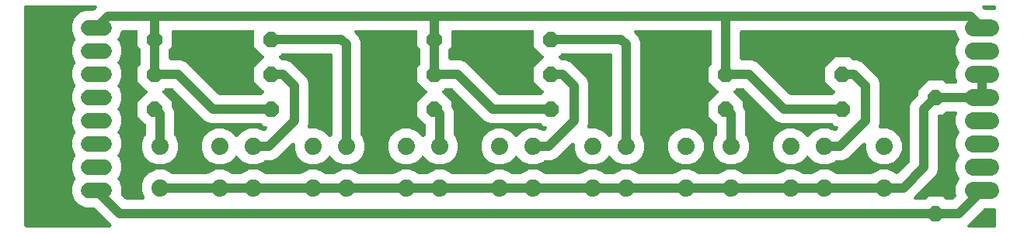
<source format=gbr>
G04 EAGLE Gerber X2 export*
G04 #@! %TF.Part,Single*
G04 #@! %TF.FileFunction,Copper,L2,Bot,Mixed*
G04 #@! %TF.FilePolarity,Positive*
G04 #@! %TF.GenerationSoftware,Autodesk,EAGLE,9.0.0*
G04 #@! %TF.CreationDate,2019-08-08T19:12:45Z*
G75*
%MOMM*%
%FSLAX34Y34*%
%LPD*%
%AMOC8*
5,1,8,0,0,1.08239X$1,22.5*%
G01*
%ADD10C,1.879600*%
%ADD11C,1.676400*%
%ADD12C,1.879600*%
%ADD13P,1.814519X8X202.500000*%
%ADD14P,1.814519X8X22.500000*%
%ADD15P,1.814519X8X112.500000*%
%ADD16C,1.016000*%

G36*
X139157Y40642D02*
X139157Y40642D01*
X139170Y40641D01*
X139356Y40662D01*
X139544Y40681D01*
X139557Y40685D01*
X139570Y40686D01*
X139749Y40744D01*
X139929Y40799D01*
X139941Y40805D01*
X139953Y40809D01*
X140118Y40901D01*
X140283Y40991D01*
X140293Y40999D01*
X140305Y41006D01*
X140447Y41128D01*
X140592Y41248D01*
X140600Y41259D01*
X140611Y41267D01*
X140726Y41415D01*
X140844Y41562D01*
X140851Y41574D01*
X140859Y41584D01*
X140943Y41753D01*
X141030Y41919D01*
X141034Y41932D01*
X141040Y41944D01*
X141089Y42125D01*
X141141Y42306D01*
X141142Y42320D01*
X141146Y42333D01*
X141159Y42521D01*
X141174Y42708D01*
X141173Y42721D01*
X141174Y42734D01*
X141149Y42922D01*
X141127Y43107D01*
X141123Y43120D01*
X141121Y43133D01*
X141020Y43449D01*
X138429Y49704D01*
X138429Y57485D01*
X141407Y64673D01*
X146909Y70175D01*
X149519Y71256D01*
X154097Y73153D01*
X161879Y73153D01*
X169067Y70175D01*
X169813Y69430D01*
X169833Y69413D01*
X169851Y69392D01*
X169989Y69285D01*
X170124Y69175D01*
X170148Y69162D01*
X170169Y69146D01*
X170326Y69068D01*
X170480Y68986D01*
X170505Y68978D01*
X170529Y68966D01*
X170699Y68921D01*
X170866Y68871D01*
X170892Y68869D01*
X170918Y68862D01*
X171249Y68835D01*
X209751Y68835D01*
X209778Y68837D01*
X209804Y68835D01*
X209978Y68857D01*
X210152Y68875D01*
X210177Y68882D01*
X210204Y68886D01*
X210370Y68941D01*
X210537Y68993D01*
X210560Y69006D01*
X210586Y69014D01*
X210737Y69101D01*
X210891Y69185D01*
X210911Y69202D01*
X210934Y69215D01*
X211187Y69430D01*
X211933Y70175D01*
X214543Y71256D01*
X219121Y73153D01*
X226903Y73153D01*
X234091Y70175D01*
X234837Y69430D01*
X234857Y69413D01*
X234875Y69392D01*
X235013Y69285D01*
X235148Y69175D01*
X235172Y69162D01*
X235193Y69146D01*
X235350Y69068D01*
X235504Y68986D01*
X235529Y68978D01*
X235553Y68966D01*
X235723Y68921D01*
X235890Y68871D01*
X235916Y68869D01*
X235942Y68862D01*
X236273Y68835D01*
X246327Y68835D01*
X246354Y68837D01*
X246380Y68835D01*
X246554Y68857D01*
X246728Y68875D01*
X246753Y68882D01*
X246780Y68886D01*
X246946Y68941D01*
X247113Y68993D01*
X247136Y69006D01*
X247162Y69014D01*
X247313Y69101D01*
X247467Y69185D01*
X247487Y69202D01*
X247510Y69215D01*
X247763Y69430D01*
X248509Y70175D01*
X251119Y71256D01*
X255697Y73153D01*
X263479Y73153D01*
X270667Y70175D01*
X271413Y69430D01*
X271433Y69413D01*
X271451Y69392D01*
X271589Y69285D01*
X271724Y69175D01*
X271748Y69162D01*
X271769Y69146D01*
X271926Y69068D01*
X272080Y68986D01*
X272105Y68978D01*
X272129Y68966D01*
X272299Y68921D01*
X272466Y68871D01*
X272492Y68869D01*
X272518Y68862D01*
X272849Y68835D01*
X311351Y68835D01*
X311378Y68837D01*
X311404Y68835D01*
X311578Y68857D01*
X311752Y68875D01*
X311777Y68882D01*
X311804Y68886D01*
X311970Y68941D01*
X312137Y68993D01*
X312160Y69006D01*
X312186Y69014D01*
X312337Y69101D01*
X312491Y69185D01*
X312511Y69202D01*
X312534Y69215D01*
X312787Y69430D01*
X313533Y70175D01*
X316143Y71256D01*
X320721Y73153D01*
X328503Y73153D01*
X335691Y70175D01*
X336437Y69430D01*
X336457Y69413D01*
X336475Y69392D01*
X336613Y69285D01*
X336748Y69175D01*
X336772Y69162D01*
X336793Y69146D01*
X336950Y69068D01*
X337104Y68986D01*
X337129Y68978D01*
X337153Y68966D01*
X337323Y68921D01*
X337490Y68871D01*
X337516Y68869D01*
X337542Y68862D01*
X337873Y68835D01*
X347927Y68835D01*
X347954Y68837D01*
X347980Y68835D01*
X348154Y68857D01*
X348328Y68875D01*
X348353Y68882D01*
X348380Y68886D01*
X348546Y68941D01*
X348713Y68993D01*
X348736Y69006D01*
X348762Y69014D01*
X348913Y69101D01*
X349067Y69185D01*
X349087Y69202D01*
X349110Y69215D01*
X349363Y69430D01*
X350109Y70175D01*
X352719Y71256D01*
X357297Y73153D01*
X365079Y73153D01*
X372267Y70175D01*
X373013Y69430D01*
X373033Y69413D01*
X373051Y69392D01*
X373189Y69285D01*
X373324Y69175D01*
X373348Y69162D01*
X373369Y69146D01*
X373526Y69068D01*
X373680Y68986D01*
X373705Y68978D01*
X373729Y68966D01*
X373899Y68921D01*
X374066Y68871D01*
X374092Y68869D01*
X374118Y68862D01*
X374449Y68835D01*
X412951Y68835D01*
X412978Y68837D01*
X413004Y68835D01*
X413178Y68857D01*
X413352Y68875D01*
X413377Y68882D01*
X413404Y68886D01*
X413570Y68941D01*
X413737Y68993D01*
X413760Y69006D01*
X413786Y69014D01*
X413937Y69101D01*
X414091Y69185D01*
X414111Y69202D01*
X414134Y69215D01*
X414387Y69430D01*
X415133Y70175D01*
X417743Y71256D01*
X422321Y73153D01*
X430103Y73153D01*
X437291Y70175D01*
X438037Y69430D01*
X438057Y69413D01*
X438075Y69392D01*
X438213Y69285D01*
X438348Y69175D01*
X438372Y69162D01*
X438393Y69146D01*
X438550Y69068D01*
X438704Y68986D01*
X438729Y68978D01*
X438753Y68966D01*
X438923Y68921D01*
X439090Y68871D01*
X439116Y68869D01*
X439142Y68862D01*
X439473Y68835D01*
X449527Y68835D01*
X449554Y68837D01*
X449580Y68835D01*
X449754Y68857D01*
X449928Y68875D01*
X449953Y68882D01*
X449980Y68886D01*
X450146Y68941D01*
X450313Y68993D01*
X450336Y69006D01*
X450362Y69014D01*
X450513Y69101D01*
X450667Y69185D01*
X450687Y69202D01*
X450710Y69215D01*
X450963Y69430D01*
X451709Y70175D01*
X454319Y71256D01*
X458897Y73153D01*
X466679Y73153D01*
X473867Y70175D01*
X474613Y69430D01*
X474633Y69413D01*
X474651Y69392D01*
X474789Y69285D01*
X474924Y69175D01*
X474948Y69162D01*
X474969Y69146D01*
X475126Y69068D01*
X475280Y68986D01*
X475305Y68978D01*
X475329Y68966D01*
X475499Y68921D01*
X475666Y68871D01*
X475692Y68869D01*
X475718Y68862D01*
X476049Y68835D01*
X514551Y68835D01*
X514578Y68837D01*
X514604Y68835D01*
X514778Y68857D01*
X514952Y68875D01*
X514977Y68882D01*
X515004Y68886D01*
X515170Y68941D01*
X515337Y68993D01*
X515360Y69006D01*
X515386Y69014D01*
X515537Y69101D01*
X515691Y69185D01*
X515711Y69202D01*
X515734Y69215D01*
X515987Y69430D01*
X516733Y70175D01*
X519343Y71256D01*
X523921Y73153D01*
X531703Y73153D01*
X538891Y70175D01*
X539637Y69430D01*
X539657Y69413D01*
X539675Y69392D01*
X539813Y69285D01*
X539948Y69175D01*
X539972Y69162D01*
X539993Y69146D01*
X540150Y69068D01*
X540304Y68986D01*
X540329Y68978D01*
X540353Y68966D01*
X540523Y68921D01*
X540690Y68871D01*
X540716Y68869D01*
X540742Y68862D01*
X541073Y68835D01*
X551127Y68835D01*
X551154Y68837D01*
X551180Y68835D01*
X551354Y68857D01*
X551528Y68875D01*
X551553Y68883D01*
X551580Y68886D01*
X551745Y68941D01*
X551913Y68993D01*
X551936Y69006D01*
X551962Y69014D01*
X552113Y69101D01*
X552267Y69185D01*
X552287Y69202D01*
X552310Y69215D01*
X552563Y69430D01*
X553309Y70175D01*
X555919Y71256D01*
X560497Y73153D01*
X568279Y73153D01*
X575467Y70175D01*
X576213Y69430D01*
X576233Y69413D01*
X576251Y69392D01*
X576388Y69286D01*
X576524Y69175D01*
X576548Y69162D01*
X576569Y69146D01*
X576725Y69068D01*
X576880Y68986D01*
X576905Y68978D01*
X576929Y68966D01*
X577098Y68921D01*
X577266Y68871D01*
X577292Y68869D01*
X577318Y68862D01*
X577649Y68835D01*
X616151Y68835D01*
X616178Y68837D01*
X616204Y68835D01*
X616378Y68857D01*
X616552Y68875D01*
X616577Y68883D01*
X616604Y68886D01*
X616769Y68941D01*
X616937Y68993D01*
X616960Y69006D01*
X616986Y69014D01*
X617137Y69101D01*
X617291Y69185D01*
X617311Y69202D01*
X617334Y69215D01*
X617587Y69430D01*
X618333Y70175D01*
X620943Y71256D01*
X625521Y73153D01*
X633303Y73153D01*
X640491Y70175D01*
X641237Y69430D01*
X641257Y69413D01*
X641275Y69392D01*
X641412Y69286D01*
X641548Y69175D01*
X641572Y69162D01*
X641593Y69146D01*
X641749Y69068D01*
X641904Y68986D01*
X641929Y68978D01*
X641953Y68966D01*
X642122Y68921D01*
X642290Y68871D01*
X642316Y68869D01*
X642342Y68862D01*
X642673Y68835D01*
X652727Y68835D01*
X652754Y68837D01*
X652780Y68835D01*
X652954Y68857D01*
X653128Y68875D01*
X653153Y68883D01*
X653180Y68886D01*
X653345Y68941D01*
X653513Y68993D01*
X653536Y69006D01*
X653562Y69014D01*
X653713Y69101D01*
X653867Y69185D01*
X653887Y69202D01*
X653910Y69215D01*
X654163Y69430D01*
X654909Y70175D01*
X657519Y71256D01*
X662097Y73153D01*
X669879Y73153D01*
X677067Y70175D01*
X677813Y69430D01*
X677833Y69413D01*
X677851Y69392D01*
X677988Y69286D01*
X678124Y69175D01*
X678148Y69162D01*
X678169Y69146D01*
X678325Y69068D01*
X678480Y68986D01*
X678505Y68978D01*
X678529Y68966D01*
X678698Y68921D01*
X678866Y68871D01*
X678892Y68869D01*
X678918Y68862D01*
X679249Y68835D01*
X717751Y68835D01*
X717778Y68837D01*
X717804Y68835D01*
X717978Y68857D01*
X718152Y68875D01*
X718177Y68883D01*
X718204Y68886D01*
X718369Y68941D01*
X718537Y68993D01*
X718560Y69006D01*
X718586Y69014D01*
X718737Y69101D01*
X718891Y69185D01*
X718911Y69202D01*
X718934Y69215D01*
X719187Y69430D01*
X719933Y70175D01*
X722543Y71256D01*
X727121Y73153D01*
X734903Y73153D01*
X742091Y70175D01*
X742837Y69430D01*
X742857Y69413D01*
X742875Y69392D01*
X743012Y69286D01*
X743148Y69175D01*
X743172Y69162D01*
X743193Y69146D01*
X743349Y69068D01*
X743504Y68986D01*
X743529Y68978D01*
X743553Y68966D01*
X743722Y68921D01*
X743890Y68871D01*
X743916Y68869D01*
X743942Y68862D01*
X744273Y68835D01*
X767027Y68835D01*
X767054Y68837D01*
X767080Y68835D01*
X767254Y68857D01*
X767428Y68875D01*
X767453Y68882D01*
X767480Y68886D01*
X767646Y68941D01*
X767813Y68993D01*
X767836Y69006D01*
X767862Y69014D01*
X768013Y69101D01*
X768167Y69185D01*
X768187Y69202D01*
X768210Y69215D01*
X768463Y69430D01*
X769209Y70175D01*
X771819Y71256D01*
X776397Y73153D01*
X784179Y73153D01*
X791367Y70175D01*
X792113Y69430D01*
X792133Y69413D01*
X792151Y69392D01*
X792289Y69285D01*
X792424Y69175D01*
X792448Y69162D01*
X792469Y69146D01*
X792626Y69068D01*
X792780Y68986D01*
X792805Y68978D01*
X792829Y68966D01*
X792999Y68921D01*
X793166Y68871D01*
X793192Y68869D01*
X793218Y68862D01*
X793549Y68835D01*
X832051Y68835D01*
X832078Y68837D01*
X832104Y68835D01*
X832278Y68857D01*
X832452Y68875D01*
X832477Y68882D01*
X832504Y68886D01*
X832670Y68941D01*
X832837Y68993D01*
X832860Y69006D01*
X832886Y69014D01*
X833037Y69101D01*
X833191Y69185D01*
X833211Y69202D01*
X833234Y69215D01*
X833487Y69430D01*
X834233Y70175D01*
X836843Y71256D01*
X841421Y73153D01*
X849203Y73153D01*
X856391Y70175D01*
X857137Y69430D01*
X857157Y69413D01*
X857175Y69392D01*
X857313Y69285D01*
X857448Y69175D01*
X857472Y69162D01*
X857493Y69146D01*
X857650Y69068D01*
X857804Y68986D01*
X857829Y68978D01*
X857853Y68966D01*
X858023Y68921D01*
X858190Y68871D01*
X858216Y68869D01*
X858242Y68862D01*
X858573Y68835D01*
X868627Y68835D01*
X868654Y68837D01*
X868680Y68835D01*
X868854Y68857D01*
X869028Y68875D01*
X869053Y68882D01*
X869080Y68886D01*
X869246Y68941D01*
X869413Y68993D01*
X869436Y69006D01*
X869462Y69014D01*
X869613Y69101D01*
X869767Y69185D01*
X869787Y69202D01*
X869810Y69215D01*
X870063Y69430D01*
X870809Y70175D01*
X873419Y71256D01*
X877997Y73153D01*
X885779Y73153D01*
X892967Y70175D01*
X893713Y69430D01*
X893733Y69413D01*
X893751Y69392D01*
X893889Y69285D01*
X894024Y69175D01*
X894048Y69162D01*
X894069Y69146D01*
X894226Y69068D01*
X894380Y68986D01*
X894405Y68978D01*
X894429Y68966D01*
X894599Y68921D01*
X894766Y68871D01*
X894792Y68869D01*
X894818Y68862D01*
X895149Y68835D01*
X933651Y68835D01*
X933678Y68837D01*
X933704Y68835D01*
X933878Y68857D01*
X934052Y68875D01*
X934077Y68882D01*
X934104Y68886D01*
X934270Y68941D01*
X934437Y68993D01*
X934460Y69006D01*
X934486Y69014D01*
X934637Y69101D01*
X934791Y69185D01*
X934811Y69202D01*
X934834Y69215D01*
X935087Y69430D01*
X935833Y70175D01*
X938443Y71256D01*
X943021Y73153D01*
X950803Y73153D01*
X957991Y70175D01*
X958737Y69430D01*
X958757Y69413D01*
X958775Y69392D01*
X958913Y69285D01*
X959048Y69175D01*
X959072Y69162D01*
X959093Y69146D01*
X959250Y69068D01*
X959404Y68986D01*
X959429Y68978D01*
X959453Y68966D01*
X959623Y68921D01*
X959790Y68871D01*
X959816Y68869D01*
X959842Y68862D01*
X960173Y68835D01*
X960840Y68835D01*
X960866Y68837D01*
X960893Y68835D01*
X961067Y68857D01*
X961240Y68875D01*
X961266Y68882D01*
X961292Y68886D01*
X961458Y68941D01*
X961625Y68993D01*
X961649Y69006D01*
X961674Y69014D01*
X961826Y69101D01*
X961979Y69185D01*
X962000Y69202D01*
X962023Y69215D01*
X962276Y69430D01*
X974764Y81918D01*
X974781Y81939D01*
X974802Y81956D01*
X974909Y82094D01*
X975019Y82229D01*
X975032Y82253D01*
X975048Y82274D01*
X975126Y82431D01*
X975208Y82585D01*
X975216Y82611D01*
X975228Y82635D01*
X975273Y82804D01*
X975323Y82971D01*
X975325Y82998D01*
X975332Y83024D01*
X975359Y83354D01*
X975359Y142732D01*
X977680Y148333D01*
X984162Y154816D01*
X984179Y154837D01*
X984200Y154854D01*
X984306Y154992D01*
X984417Y155127D01*
X984430Y155151D01*
X984446Y155172D01*
X984524Y155329D01*
X984606Y155483D01*
X984614Y155509D01*
X984626Y155533D01*
X984671Y155702D01*
X984721Y155869D01*
X984723Y155896D01*
X984730Y155922D01*
X984757Y156252D01*
X984757Y160081D01*
X995619Y170943D01*
X1010981Y170943D01*
X1013688Y168236D01*
X1013708Y168219D01*
X1013726Y168198D01*
X1013864Y168091D01*
X1013999Y167981D01*
X1014023Y167968D01*
X1014044Y167952D01*
X1014201Y167874D01*
X1014355Y167792D01*
X1014380Y167784D01*
X1014405Y167772D01*
X1014574Y167727D01*
X1014741Y167677D01*
X1014767Y167675D01*
X1014793Y167668D01*
X1015124Y167641D01*
X1024700Y167641D01*
X1024713Y167642D01*
X1024727Y167641D01*
X1024913Y167662D01*
X1025101Y167681D01*
X1025113Y167685D01*
X1025127Y167686D01*
X1025306Y167744D01*
X1025485Y167799D01*
X1025497Y167805D01*
X1025510Y167809D01*
X1025675Y167901D01*
X1025839Y167991D01*
X1025850Y167999D01*
X1025861Y168006D01*
X1026004Y168128D01*
X1026149Y168248D01*
X1026157Y168259D01*
X1026167Y168267D01*
X1026283Y168415D01*
X1026401Y168562D01*
X1026407Y168574D01*
X1026416Y168584D01*
X1026500Y168753D01*
X1026587Y168919D01*
X1026590Y168932D01*
X1026596Y168944D01*
X1026646Y169125D01*
X1026698Y169306D01*
X1026699Y169320D01*
X1026703Y169333D01*
X1026716Y169521D01*
X1026731Y169708D01*
X1026729Y169721D01*
X1026730Y169734D01*
X1026706Y169922D01*
X1026684Y170107D01*
X1026680Y170120D01*
X1026678Y170133D01*
X1026577Y170449D01*
X1025143Y173910D01*
X1025143Y181691D01*
X1028121Y188879D01*
X1028305Y189064D01*
X1028317Y189077D01*
X1028330Y189089D01*
X1028444Y189233D01*
X1028560Y189375D01*
X1028569Y189391D01*
X1028580Y189405D01*
X1028663Y189569D01*
X1028749Y189731D01*
X1028754Y189748D01*
X1028762Y189764D01*
X1028812Y189941D01*
X1028864Y190117D01*
X1028865Y190134D01*
X1028870Y190152D01*
X1028884Y190335D01*
X1028900Y190518D01*
X1028898Y190535D01*
X1028900Y190553D01*
X1028877Y190736D01*
X1028857Y190918D01*
X1028852Y190935D01*
X1028849Y190953D01*
X1028791Y191127D01*
X1028735Y191302D01*
X1028727Y191317D01*
X1028721Y191334D01*
X1028629Y191494D01*
X1028541Y191654D01*
X1028529Y191668D01*
X1028520Y191683D01*
X1028305Y191936D01*
X1028121Y192121D01*
X1025143Y199309D01*
X1025143Y207091D01*
X1028121Y214279D01*
X1028305Y214464D01*
X1028317Y214477D01*
X1028330Y214489D01*
X1028444Y214633D01*
X1028560Y214775D01*
X1028569Y214791D01*
X1028580Y214805D01*
X1028663Y214969D01*
X1028749Y215131D01*
X1028754Y215148D01*
X1028762Y215164D01*
X1028812Y215341D01*
X1028864Y215517D01*
X1028865Y215534D01*
X1028870Y215552D01*
X1028884Y215735D01*
X1028900Y215918D01*
X1028898Y215935D01*
X1028900Y215953D01*
X1028877Y216136D01*
X1028857Y216318D01*
X1028852Y216335D01*
X1028849Y216353D01*
X1028791Y216527D01*
X1028735Y216702D01*
X1028727Y216717D01*
X1028721Y216734D01*
X1028629Y216894D01*
X1028541Y217054D01*
X1028529Y217068D01*
X1028520Y217083D01*
X1028305Y217336D01*
X1028121Y217521D01*
X1025104Y224805D01*
X1025093Y224825D01*
X1025086Y224846D01*
X1024998Y225003D01*
X1024913Y225160D01*
X1024899Y225177D01*
X1024888Y225197D01*
X1024771Y225333D01*
X1024657Y225471D01*
X1024640Y225485D01*
X1024625Y225502D01*
X1024484Y225611D01*
X1024344Y225724D01*
X1024325Y225735D01*
X1024307Y225748D01*
X1024146Y225828D01*
X1023988Y225911D01*
X1023967Y225918D01*
X1023946Y225928D01*
X1023773Y225974D01*
X1023601Y226024D01*
X1023579Y226026D01*
X1023558Y226032D01*
X1023227Y226059D01*
X791972Y226059D01*
X791954Y226057D01*
X791936Y226059D01*
X791754Y226038D01*
X791571Y226019D01*
X791554Y226014D01*
X791537Y226012D01*
X791362Y225955D01*
X791186Y225901D01*
X791171Y225893D01*
X791154Y225887D01*
X790994Y225797D01*
X790832Y225709D01*
X790819Y225698D01*
X790803Y225689D01*
X790664Y225569D01*
X790523Y225452D01*
X790512Y225438D01*
X790498Y225426D01*
X790386Y225281D01*
X790271Y225138D01*
X790263Y225122D01*
X790252Y225108D01*
X790170Y224943D01*
X790085Y224781D01*
X790080Y224764D01*
X790072Y224748D01*
X790025Y224569D01*
X789974Y224394D01*
X789972Y224376D01*
X789968Y224359D01*
X789941Y224028D01*
X789941Y195072D01*
X789943Y195054D01*
X789941Y195036D01*
X789962Y194854D01*
X789981Y194671D01*
X789986Y194654D01*
X789988Y194637D01*
X790045Y194462D01*
X790099Y194286D01*
X790107Y194271D01*
X790113Y194254D01*
X790203Y194094D01*
X790291Y193932D01*
X790302Y193919D01*
X790311Y193903D01*
X790431Y193764D01*
X790548Y193623D01*
X790562Y193612D01*
X790574Y193598D01*
X790719Y193486D01*
X790862Y193371D01*
X790878Y193363D01*
X790892Y193352D01*
X791057Y193270D01*
X791219Y193185D01*
X791236Y193180D01*
X791252Y193172D01*
X791431Y193125D01*
X791606Y193074D01*
X791624Y193072D01*
X791641Y193068D01*
X791972Y193041D01*
X803132Y193041D01*
X808733Y190720D01*
X843918Y155536D01*
X843939Y155519D01*
X843956Y155498D01*
X844094Y155391D01*
X844229Y155281D01*
X844253Y155268D01*
X844274Y155252D01*
X844431Y155174D01*
X844585Y155092D01*
X844611Y155084D01*
X844635Y155072D01*
X844804Y155027D01*
X844971Y154977D01*
X844998Y154975D01*
X845024Y154968D01*
X845354Y154941D01*
X889876Y154941D01*
X889903Y154943D01*
X889929Y154941D01*
X890103Y154963D01*
X890277Y154981D01*
X890302Y154988D01*
X890329Y154992D01*
X890495Y155048D01*
X890662Y155099D01*
X890685Y155111D01*
X890710Y155120D01*
X890862Y155207D01*
X891016Y155291D01*
X891036Y155308D01*
X891059Y155321D01*
X891312Y155536D01*
X893090Y157314D01*
X893102Y157327D01*
X893115Y157339D01*
X893229Y157483D01*
X893345Y157625D01*
X893354Y157641D01*
X893365Y157655D01*
X893448Y157819D01*
X893534Y157981D01*
X893539Y157998D01*
X893547Y158014D01*
X893597Y158191D01*
X893649Y158367D01*
X893650Y158385D01*
X893655Y158402D01*
X893669Y158585D01*
X893685Y158768D01*
X893683Y158786D01*
X893685Y158803D01*
X893662Y158985D01*
X893642Y159168D01*
X893636Y159185D01*
X893634Y159203D01*
X893576Y159376D01*
X893520Y159552D01*
X893512Y159568D01*
X893506Y159584D01*
X893415Y159743D01*
X893325Y159904D01*
X893314Y159918D01*
X893305Y159933D01*
X893090Y160186D01*
X883157Y170119D01*
X883157Y185481D01*
X894019Y196343D01*
X909381Y196343D01*
X912088Y193636D01*
X912108Y193619D01*
X912126Y193598D01*
X912264Y193491D01*
X912399Y193381D01*
X912423Y193368D01*
X912444Y193352D01*
X912601Y193274D01*
X912755Y193192D01*
X912780Y193184D01*
X912805Y193172D01*
X912974Y193127D01*
X913141Y193077D01*
X913167Y193075D01*
X913193Y193068D01*
X913524Y193041D01*
X917432Y193041D01*
X923033Y190720D01*
X940020Y173733D01*
X942341Y168132D01*
X942341Y123968D01*
X941183Y121173D01*
X941179Y121160D01*
X941173Y121149D01*
X941121Y120969D01*
X941066Y120788D01*
X941065Y120775D01*
X941062Y120762D01*
X941046Y120574D01*
X941028Y120387D01*
X941030Y120374D01*
X941029Y120360D01*
X941051Y120173D01*
X941070Y119987D01*
X941074Y119974D01*
X941076Y119961D01*
X941134Y119781D01*
X941190Y119602D01*
X941196Y119591D01*
X941200Y119578D01*
X941293Y119413D01*
X941383Y119249D01*
X941392Y119239D01*
X941398Y119227D01*
X941521Y119085D01*
X941642Y118941D01*
X941653Y118933D01*
X941661Y118922D01*
X941810Y118807D01*
X941957Y118690D01*
X941969Y118684D01*
X941980Y118676D01*
X942148Y118592D01*
X942315Y118506D01*
X942328Y118502D01*
X942340Y118496D01*
X942523Y118447D01*
X942703Y118396D01*
X942716Y118395D01*
X942729Y118392D01*
X943060Y118365D01*
X950803Y118365D01*
X957991Y115387D01*
X963493Y109885D01*
X966471Y102697D01*
X966471Y94915D01*
X963493Y87727D01*
X957991Y82225D01*
X955267Y81096D01*
X950803Y79247D01*
X943021Y79247D01*
X935833Y82225D01*
X930331Y87727D01*
X927353Y94915D01*
X927353Y100796D01*
X927352Y100805D01*
X927353Y100814D01*
X927332Y101007D01*
X927313Y101196D01*
X927311Y101205D01*
X927310Y101214D01*
X927252Y101397D01*
X927195Y101581D01*
X927191Y101589D01*
X927188Y101598D01*
X927096Y101765D01*
X927003Y101935D01*
X926998Y101942D01*
X926993Y101950D01*
X926869Y102097D01*
X926746Y102245D01*
X926739Y102250D01*
X926733Y102257D01*
X926581Y102377D01*
X926432Y102497D01*
X926424Y102501D01*
X926417Y102507D01*
X926244Y102594D01*
X926075Y102682D01*
X926066Y102685D01*
X926058Y102689D01*
X925872Y102741D01*
X925688Y102794D01*
X925679Y102795D01*
X925670Y102797D01*
X925477Y102811D01*
X925286Y102827D01*
X925278Y102826D01*
X925269Y102826D01*
X925076Y102802D01*
X924887Y102780D01*
X924878Y102777D01*
X924869Y102776D01*
X924686Y102715D01*
X924504Y102655D01*
X924496Y102651D01*
X924488Y102648D01*
X924321Y102552D01*
X924153Y102457D01*
X924146Y102451D01*
X924139Y102447D01*
X923886Y102232D01*
X907539Y85886D01*
X901938Y83565D01*
X895149Y83565D01*
X895122Y83563D01*
X895096Y83565D01*
X894922Y83543D01*
X894748Y83525D01*
X894723Y83518D01*
X894696Y83514D01*
X894530Y83459D01*
X894363Y83407D01*
X894340Y83394D01*
X894314Y83386D01*
X894163Y83299D01*
X894009Y83215D01*
X893989Y83198D01*
X893966Y83185D01*
X893713Y82970D01*
X892967Y82225D01*
X890243Y81096D01*
X885779Y79247D01*
X877997Y79247D01*
X870809Y82225D01*
X865036Y87997D01*
X865022Y88009D01*
X865011Y88022D01*
X864867Y88136D01*
X864725Y88253D01*
X864709Y88261D01*
X864695Y88272D01*
X864531Y88356D01*
X864369Y88441D01*
X864352Y88446D01*
X864336Y88454D01*
X864159Y88504D01*
X863983Y88556D01*
X863965Y88558D01*
X863948Y88562D01*
X863765Y88576D01*
X863582Y88592D01*
X863564Y88590D01*
X863547Y88592D01*
X863365Y88569D01*
X863182Y88549D01*
X863165Y88544D01*
X863147Y88541D01*
X862973Y88483D01*
X862798Y88427D01*
X862782Y88419D01*
X862766Y88413D01*
X862606Y88321D01*
X862446Y88233D01*
X862432Y88221D01*
X862417Y88212D01*
X862164Y87997D01*
X856391Y82225D01*
X853667Y81096D01*
X849203Y79247D01*
X841421Y79247D01*
X834233Y82225D01*
X828731Y87727D01*
X825753Y94915D01*
X825753Y102697D01*
X828731Y109885D01*
X834233Y115387D01*
X841421Y118365D01*
X849203Y118365D01*
X856391Y115387D01*
X862164Y109615D01*
X862177Y109603D01*
X862189Y109590D01*
X862333Y109476D01*
X862475Y109359D01*
X862491Y109351D01*
X862505Y109340D01*
X862669Y109257D01*
X862831Y109171D01*
X862848Y109166D01*
X862864Y109158D01*
X863041Y109108D01*
X863217Y109056D01*
X863235Y109054D01*
X863252Y109050D01*
X863435Y109036D01*
X863618Y109020D01*
X863636Y109022D01*
X863653Y109020D01*
X863835Y109043D01*
X864018Y109063D01*
X864035Y109068D01*
X864053Y109071D01*
X864226Y109129D01*
X864402Y109185D01*
X864418Y109193D01*
X864434Y109199D01*
X864594Y109291D01*
X864754Y109379D01*
X864768Y109391D01*
X864783Y109400D01*
X865036Y109615D01*
X870809Y115387D01*
X877997Y118365D01*
X885778Y118365D01*
X892397Y115623D01*
X892418Y115617D01*
X892438Y115607D01*
X892611Y115559D01*
X892782Y115507D01*
X892804Y115505D01*
X892826Y115499D01*
X893005Y115486D01*
X893183Y115469D01*
X893205Y115471D01*
X893227Y115470D01*
X893406Y115492D01*
X893583Y115511D01*
X893604Y115517D01*
X893627Y115520D01*
X893797Y115577D01*
X893968Y115630D01*
X893987Y115641D01*
X894008Y115648D01*
X894164Y115738D01*
X894321Y115824D01*
X894338Y115838D01*
X894357Y115849D01*
X894610Y116064D01*
X896236Y117690D01*
X896242Y117697D01*
X896249Y117702D01*
X896369Y117852D01*
X896491Y118001D01*
X896495Y118009D01*
X896501Y118016D01*
X896590Y118187D01*
X896680Y118357D01*
X896682Y118365D01*
X896686Y118373D01*
X896740Y118559D01*
X896795Y118743D01*
X896795Y118752D01*
X896798Y118760D01*
X896813Y118952D01*
X896831Y119144D01*
X896830Y119153D01*
X896831Y119162D01*
X896809Y119351D01*
X896788Y119544D01*
X896785Y119553D01*
X896784Y119561D01*
X896724Y119743D01*
X896666Y119928D01*
X896662Y119936D01*
X896659Y119944D01*
X896564Y120113D01*
X896471Y120280D01*
X896465Y120287D01*
X896461Y120295D01*
X896335Y120441D01*
X896211Y120587D01*
X896204Y120593D01*
X896198Y120600D01*
X896046Y120717D01*
X895895Y120837D01*
X895887Y120841D01*
X895880Y120846D01*
X895708Y120932D01*
X895536Y121019D01*
X895527Y121022D01*
X895519Y121026D01*
X895333Y121076D01*
X895148Y121127D01*
X895139Y121128D01*
X895130Y121130D01*
X894800Y121157D01*
X894019Y121157D01*
X891312Y123864D01*
X891292Y123881D01*
X891274Y123902D01*
X891136Y124009D01*
X891001Y124119D01*
X890977Y124132D01*
X890956Y124148D01*
X890799Y124226D01*
X890645Y124308D01*
X890620Y124316D01*
X890595Y124328D01*
X890426Y124373D01*
X890259Y124423D01*
X890233Y124425D01*
X890207Y124432D01*
X889876Y124459D01*
X835168Y124459D01*
X829567Y126780D01*
X794382Y161964D01*
X794361Y161981D01*
X794344Y162002D01*
X794206Y162109D01*
X794071Y162219D01*
X794047Y162232D01*
X794026Y162248D01*
X793869Y162326D01*
X793715Y162408D01*
X793689Y162416D01*
X793665Y162428D01*
X793496Y162473D01*
X793329Y162523D01*
X793302Y162525D01*
X793276Y162532D01*
X792946Y162559D01*
X786524Y162559D01*
X786497Y162557D01*
X786471Y162559D01*
X786297Y162537D01*
X786123Y162519D01*
X786098Y162512D01*
X786071Y162508D01*
X785906Y162453D01*
X785738Y162401D01*
X785715Y162388D01*
X785690Y162380D01*
X785538Y162293D01*
X785384Y162209D01*
X785364Y162192D01*
X785341Y162179D01*
X785088Y161964D01*
X783310Y160186D01*
X783298Y160172D01*
X783285Y160161D01*
X783171Y160017D01*
X783055Y159875D01*
X783046Y159859D01*
X783035Y159845D01*
X782952Y159681D01*
X782866Y159519D01*
X782861Y159502D01*
X782853Y159486D01*
X782803Y159309D01*
X782751Y159133D01*
X782750Y159115D01*
X782745Y159098D01*
X782731Y158915D01*
X782715Y158732D01*
X782717Y158714D01*
X782715Y158697D01*
X782738Y158515D01*
X782758Y158332D01*
X782764Y158315D01*
X782766Y158297D01*
X782824Y158123D01*
X782880Y157948D01*
X782888Y157932D01*
X782894Y157916D01*
X782986Y157756D01*
X783075Y157596D01*
X783086Y157582D01*
X783095Y157567D01*
X783310Y157314D01*
X793243Y147381D01*
X793243Y143066D01*
X793246Y143036D01*
X793244Y143004D01*
X793266Y142835D01*
X793283Y142666D01*
X793292Y142636D01*
X793296Y142605D01*
X793397Y142289D01*
X795529Y137144D01*
X795529Y112067D01*
X795531Y112040D01*
X795529Y112014D01*
X795551Y111840D01*
X795569Y111666D01*
X795576Y111641D01*
X795580Y111614D01*
X795635Y111448D01*
X795687Y111281D01*
X795700Y111258D01*
X795708Y111232D01*
X795795Y111081D01*
X795879Y110927D01*
X795896Y110907D01*
X795909Y110884D01*
X796124Y110631D01*
X796869Y109885D01*
X799847Y102697D01*
X799847Y94915D01*
X796869Y87727D01*
X791367Y82225D01*
X788643Y81096D01*
X784179Y79247D01*
X776397Y79247D01*
X769209Y82225D01*
X763707Y87727D01*
X760729Y94915D01*
X760729Y102697D01*
X763707Y109885D01*
X764452Y110631D01*
X764469Y110651D01*
X764490Y110669D01*
X764597Y110807D01*
X764707Y110942D01*
X764720Y110966D01*
X764736Y110987D01*
X764814Y111144D01*
X764896Y111298D01*
X764904Y111323D01*
X764916Y111347D01*
X764961Y111517D01*
X765011Y111684D01*
X765013Y111710D01*
X765020Y111736D01*
X765047Y112067D01*
X765047Y122288D01*
X765045Y122315D01*
X765047Y122341D01*
X765025Y122515D01*
X765007Y122689D01*
X765000Y122714D01*
X764996Y122741D01*
X764941Y122906D01*
X764889Y123074D01*
X764876Y123097D01*
X764868Y123122D01*
X764781Y123274D01*
X764697Y123428D01*
X764680Y123448D01*
X764667Y123471D01*
X764452Y123724D01*
X756157Y132019D01*
X756157Y147381D01*
X766090Y157314D01*
X766102Y157327D01*
X766115Y157339D01*
X766229Y157483D01*
X766345Y157625D01*
X766354Y157641D01*
X766365Y157655D01*
X766448Y157819D01*
X766534Y157981D01*
X766539Y157998D01*
X766547Y158014D01*
X766597Y158191D01*
X766649Y158367D01*
X766650Y158385D01*
X766655Y158402D01*
X766669Y158585D01*
X766685Y158768D01*
X766683Y158786D01*
X766685Y158803D01*
X766662Y158985D01*
X766642Y159168D01*
X766636Y159185D01*
X766634Y159203D01*
X766576Y159376D01*
X766520Y159552D01*
X766512Y159568D01*
X766506Y159584D01*
X766414Y159744D01*
X766325Y159904D01*
X766314Y159918D01*
X766305Y159933D01*
X766090Y160186D01*
X756157Y170119D01*
X756157Y185481D01*
X758864Y188188D01*
X758881Y188208D01*
X758902Y188226D01*
X759009Y188364D01*
X759119Y188499D01*
X759132Y188523D01*
X759148Y188544D01*
X759226Y188701D01*
X759308Y188855D01*
X759316Y188880D01*
X759328Y188905D01*
X759373Y189074D01*
X759423Y189241D01*
X759425Y189267D01*
X759432Y189293D01*
X759459Y189624D01*
X759459Y224028D01*
X759457Y224046D01*
X759459Y224064D01*
X759438Y224246D01*
X759419Y224429D01*
X759414Y224446D01*
X759412Y224463D01*
X759355Y224638D01*
X759301Y224814D01*
X759293Y224829D01*
X759287Y224846D01*
X759197Y225006D01*
X759109Y225168D01*
X759098Y225181D01*
X759089Y225197D01*
X758969Y225336D01*
X758852Y225477D01*
X758838Y225488D01*
X758826Y225502D01*
X758681Y225614D01*
X758538Y225729D01*
X758522Y225737D01*
X758508Y225748D01*
X758343Y225830D01*
X758181Y225915D01*
X758164Y225920D01*
X758148Y225928D01*
X757969Y225975D01*
X757794Y226026D01*
X757776Y226028D01*
X757759Y226032D01*
X757428Y226059D01*
X676698Y226059D01*
X676689Y226058D01*
X676680Y226059D01*
X676489Y226038D01*
X676298Y226019D01*
X676289Y226017D01*
X676280Y226016D01*
X676098Y225958D01*
X675913Y225901D01*
X675905Y225897D01*
X675896Y225894D01*
X675728Y225801D01*
X675559Y225709D01*
X675552Y225704D01*
X675544Y225699D01*
X675397Y225575D01*
X675249Y225452D01*
X675244Y225445D01*
X675237Y225439D01*
X675118Y225288D01*
X674997Y225138D01*
X674993Y225130D01*
X674987Y225123D01*
X674900Y224950D01*
X674812Y224781D01*
X674809Y224772D01*
X674805Y224764D01*
X674753Y224578D01*
X674700Y224394D01*
X674699Y224385D01*
X674697Y224376D01*
X674683Y224183D01*
X674667Y223992D01*
X674668Y223984D01*
X674668Y223975D01*
X674692Y223782D01*
X674714Y223593D01*
X674717Y223584D01*
X674718Y223575D01*
X674779Y223392D01*
X674839Y223210D01*
X674843Y223202D01*
X674846Y223194D01*
X674942Y223027D01*
X675037Y222859D01*
X675043Y222852D01*
X675047Y222845D01*
X675262Y222592D01*
X678908Y218945D01*
X681229Y213344D01*
X681229Y112067D01*
X681231Y112040D01*
X681229Y112014D01*
X681251Y111840D01*
X681269Y111666D01*
X681277Y111641D01*
X681280Y111614D01*
X681335Y111449D01*
X681387Y111281D01*
X681400Y111258D01*
X681408Y111232D01*
X681495Y111081D01*
X681579Y110927D01*
X681596Y110907D01*
X681609Y110884D01*
X681824Y110631D01*
X682569Y109885D01*
X685547Y102697D01*
X685547Y94915D01*
X682569Y87727D01*
X677067Y82225D01*
X674343Y81096D01*
X669879Y79247D01*
X662097Y79247D01*
X654909Y82225D01*
X649136Y87997D01*
X649122Y88009D01*
X649111Y88022D01*
X648967Y88136D01*
X648825Y88253D01*
X648809Y88261D01*
X648795Y88272D01*
X648631Y88356D01*
X648469Y88441D01*
X648452Y88446D01*
X648436Y88454D01*
X648259Y88504D01*
X648083Y88556D01*
X648065Y88558D01*
X648048Y88562D01*
X647865Y88576D01*
X647682Y88592D01*
X647664Y88590D01*
X647647Y88592D01*
X647465Y88569D01*
X647282Y88549D01*
X647265Y88544D01*
X647247Y88541D01*
X647073Y88483D01*
X646898Y88427D01*
X646882Y88419D01*
X646866Y88413D01*
X646706Y88321D01*
X646546Y88233D01*
X646532Y88221D01*
X646517Y88212D01*
X646264Y87997D01*
X640491Y82225D01*
X637767Y81096D01*
X633303Y79247D01*
X625521Y79247D01*
X618333Y82225D01*
X612831Y87727D01*
X609853Y94915D01*
X609853Y100796D01*
X609852Y100805D01*
X609853Y100814D01*
X609832Y101007D01*
X609813Y101196D01*
X609811Y101205D01*
X609810Y101214D01*
X609752Y101397D01*
X609695Y101581D01*
X609691Y101589D01*
X609688Y101598D01*
X609596Y101765D01*
X609503Y101935D01*
X609498Y101942D01*
X609493Y101950D01*
X609369Y102097D01*
X609246Y102245D01*
X609239Y102250D01*
X609233Y102257D01*
X609081Y102377D01*
X608932Y102497D01*
X608924Y102501D01*
X608917Y102507D01*
X608744Y102594D01*
X608575Y102682D01*
X608566Y102685D01*
X608558Y102689D01*
X608372Y102741D01*
X608188Y102794D01*
X608179Y102795D01*
X608170Y102797D01*
X607977Y102811D01*
X607786Y102827D01*
X607778Y102826D01*
X607769Y102826D01*
X607576Y102802D01*
X607387Y102780D01*
X607378Y102777D01*
X607369Y102776D01*
X607186Y102715D01*
X607004Y102655D01*
X606996Y102651D01*
X606988Y102648D01*
X606821Y102552D01*
X606653Y102457D01*
X606646Y102451D01*
X606639Y102447D01*
X606386Y102232D01*
X590039Y85886D01*
X584438Y83565D01*
X577649Y83565D01*
X577622Y83563D01*
X577596Y83565D01*
X577422Y83543D01*
X577248Y83525D01*
X577223Y83518D01*
X577196Y83514D01*
X577030Y83459D01*
X576863Y83407D01*
X576840Y83394D01*
X576814Y83386D01*
X576663Y83299D01*
X576509Y83215D01*
X576489Y83198D01*
X576466Y83185D01*
X576213Y82970D01*
X575467Y82225D01*
X572743Y81096D01*
X568279Y79247D01*
X560497Y79247D01*
X553309Y82225D01*
X547536Y87997D01*
X547522Y88009D01*
X547511Y88022D01*
X547367Y88136D01*
X547225Y88253D01*
X547209Y88261D01*
X547195Y88272D01*
X547031Y88356D01*
X546869Y88441D01*
X546852Y88446D01*
X546836Y88454D01*
X546659Y88504D01*
X546483Y88556D01*
X546465Y88558D01*
X546448Y88562D01*
X546265Y88576D01*
X546082Y88592D01*
X546064Y88590D01*
X546047Y88592D01*
X545865Y88569D01*
X545682Y88549D01*
X545665Y88544D01*
X545647Y88541D01*
X545473Y88483D01*
X545298Y88427D01*
X545282Y88419D01*
X545266Y88413D01*
X545106Y88321D01*
X544946Y88233D01*
X544932Y88221D01*
X544917Y88212D01*
X544664Y87997D01*
X538891Y82225D01*
X536167Y81096D01*
X531703Y79247D01*
X523921Y79247D01*
X516733Y82225D01*
X511231Y87727D01*
X508253Y94915D01*
X508253Y102697D01*
X511231Y109885D01*
X516733Y115387D01*
X523921Y118365D01*
X531703Y118365D01*
X538891Y115387D01*
X544664Y109615D01*
X544677Y109603D01*
X544689Y109590D01*
X544833Y109476D01*
X544975Y109359D01*
X544991Y109351D01*
X545005Y109340D01*
X545169Y109257D01*
X545331Y109171D01*
X545348Y109166D01*
X545364Y109158D01*
X545541Y109108D01*
X545717Y109056D01*
X545735Y109054D01*
X545752Y109050D01*
X545935Y109036D01*
X546118Y109020D01*
X546136Y109022D01*
X546153Y109020D01*
X546335Y109043D01*
X546518Y109063D01*
X546535Y109068D01*
X546553Y109071D01*
X546726Y109129D01*
X546902Y109185D01*
X546918Y109193D01*
X546934Y109199D01*
X547094Y109291D01*
X547254Y109379D01*
X547268Y109391D01*
X547283Y109400D01*
X547536Y109615D01*
X553309Y115387D01*
X560497Y118365D01*
X568278Y118365D01*
X574897Y115623D01*
X574918Y115617D01*
X574938Y115607D01*
X575111Y115559D01*
X575282Y115507D01*
X575304Y115505D01*
X575326Y115499D01*
X575505Y115486D01*
X575683Y115469D01*
X575705Y115471D01*
X575727Y115470D01*
X575906Y115492D01*
X576083Y115511D01*
X576104Y115517D01*
X576127Y115520D01*
X576297Y115577D01*
X576468Y115630D01*
X576487Y115641D01*
X576508Y115648D01*
X576664Y115738D01*
X576821Y115824D01*
X576838Y115838D01*
X576857Y115849D01*
X577110Y116064D01*
X578736Y117690D01*
X578742Y117697D01*
X578749Y117702D01*
X578869Y117852D01*
X578991Y118001D01*
X578995Y118009D01*
X579001Y118016D01*
X579090Y118187D01*
X579180Y118357D01*
X579182Y118365D01*
X579186Y118373D01*
X579240Y118559D01*
X579295Y118743D01*
X579295Y118752D01*
X579298Y118760D01*
X579313Y118952D01*
X579331Y119144D01*
X579330Y119153D01*
X579331Y119162D01*
X579309Y119351D01*
X579288Y119544D01*
X579285Y119553D01*
X579284Y119561D01*
X579224Y119743D01*
X579166Y119928D01*
X579162Y119936D01*
X579159Y119944D01*
X579064Y120113D01*
X578971Y120280D01*
X578965Y120287D01*
X578961Y120295D01*
X578835Y120441D01*
X578711Y120587D01*
X578704Y120593D01*
X578698Y120600D01*
X578546Y120717D01*
X578395Y120837D01*
X578387Y120841D01*
X578380Y120846D01*
X578208Y120932D01*
X578036Y121019D01*
X578027Y121022D01*
X578019Y121026D01*
X577833Y121076D01*
X577648Y121127D01*
X577639Y121128D01*
X577630Y121130D01*
X577300Y121157D01*
X576519Y121157D01*
X573812Y123864D01*
X573792Y123881D01*
X573774Y123902D01*
X573636Y124009D01*
X573501Y124119D01*
X573477Y124132D01*
X573456Y124148D01*
X573299Y124226D01*
X573145Y124308D01*
X573120Y124316D01*
X573095Y124328D01*
X572926Y124373D01*
X572759Y124423D01*
X572733Y124425D01*
X572707Y124432D01*
X572376Y124459D01*
X517668Y124459D01*
X512067Y126780D01*
X476882Y161964D01*
X476861Y161981D01*
X476844Y162002D01*
X476706Y162109D01*
X476571Y162219D01*
X476547Y162232D01*
X476526Y162248D01*
X476369Y162326D01*
X476215Y162408D01*
X476189Y162416D01*
X476165Y162428D01*
X475996Y162473D01*
X475829Y162523D01*
X475802Y162525D01*
X475776Y162532D01*
X475446Y162559D01*
X469024Y162559D01*
X468997Y162557D01*
X468971Y162559D01*
X468797Y162537D01*
X468623Y162519D01*
X468598Y162512D01*
X468571Y162508D01*
X468406Y162453D01*
X468238Y162401D01*
X468215Y162388D01*
X468190Y162380D01*
X468038Y162293D01*
X467884Y162209D01*
X467864Y162192D01*
X467841Y162179D01*
X467588Y161964D01*
X465810Y160186D01*
X465798Y160172D01*
X465785Y160161D01*
X465671Y160017D01*
X465555Y159875D01*
X465546Y159859D01*
X465535Y159845D01*
X465452Y159681D01*
X465366Y159519D01*
X465361Y159502D01*
X465353Y159486D01*
X465303Y159309D01*
X465251Y159133D01*
X465250Y159115D01*
X465245Y159098D01*
X465231Y158915D01*
X465215Y158732D01*
X465217Y158714D01*
X465215Y158697D01*
X465238Y158515D01*
X465258Y158332D01*
X465264Y158315D01*
X465266Y158297D01*
X465324Y158123D01*
X465380Y157948D01*
X465388Y157932D01*
X465394Y157916D01*
X465486Y157756D01*
X465575Y157596D01*
X465586Y157582D01*
X465595Y157567D01*
X465810Y157314D01*
X475743Y147381D01*
X475743Y143066D01*
X475746Y143036D01*
X475744Y143004D01*
X475766Y142835D01*
X475783Y142666D01*
X475792Y142636D01*
X475796Y142605D01*
X475897Y142289D01*
X478029Y137144D01*
X478029Y112067D01*
X478031Y112040D01*
X478029Y112014D01*
X478051Y111840D01*
X478069Y111666D01*
X478076Y111641D01*
X478080Y111614D01*
X478135Y111448D01*
X478187Y111281D01*
X478200Y111258D01*
X478208Y111232D01*
X478295Y111081D01*
X478379Y110927D01*
X478396Y110907D01*
X478409Y110884D01*
X478624Y110631D01*
X479369Y109885D01*
X482347Y102697D01*
X482347Y94915D01*
X479369Y87727D01*
X473867Y82225D01*
X471143Y81096D01*
X466679Y79247D01*
X458897Y79247D01*
X451709Y82225D01*
X445936Y87997D01*
X445922Y88009D01*
X445911Y88022D01*
X445767Y88136D01*
X445625Y88253D01*
X445609Y88261D01*
X445595Y88272D01*
X445431Y88356D01*
X445269Y88441D01*
X445252Y88446D01*
X445236Y88454D01*
X445059Y88504D01*
X444883Y88556D01*
X444865Y88558D01*
X444848Y88562D01*
X444665Y88576D01*
X444482Y88592D01*
X444464Y88590D01*
X444447Y88592D01*
X444265Y88569D01*
X444082Y88549D01*
X444065Y88544D01*
X444047Y88541D01*
X443873Y88483D01*
X443698Y88427D01*
X443682Y88419D01*
X443666Y88413D01*
X443506Y88321D01*
X443346Y88233D01*
X443332Y88221D01*
X443317Y88212D01*
X443064Y87997D01*
X437291Y82225D01*
X434567Y81096D01*
X430103Y79247D01*
X422321Y79247D01*
X415133Y82225D01*
X409631Y87727D01*
X406653Y94915D01*
X406653Y102697D01*
X409631Y109885D01*
X415133Y115387D01*
X422321Y118365D01*
X430103Y118365D01*
X437291Y115387D01*
X443064Y109615D01*
X443077Y109603D01*
X443089Y109590D01*
X443233Y109476D01*
X443375Y109359D01*
X443391Y109351D01*
X443405Y109340D01*
X443569Y109257D01*
X443731Y109171D01*
X443748Y109166D01*
X443764Y109158D01*
X443941Y109108D01*
X444117Y109056D01*
X444135Y109054D01*
X444152Y109050D01*
X444335Y109036D01*
X444518Y109020D01*
X444536Y109022D01*
X444553Y109020D01*
X444735Y109043D01*
X444918Y109063D01*
X444935Y109068D01*
X444953Y109071D01*
X445126Y109129D01*
X445302Y109185D01*
X445318Y109193D01*
X445334Y109199D01*
X445494Y109291D01*
X445654Y109379D01*
X445668Y109391D01*
X445683Y109400D01*
X445936Y109615D01*
X446952Y110631D01*
X446969Y110651D01*
X446990Y110669D01*
X447097Y110807D01*
X447207Y110942D01*
X447220Y110966D01*
X447236Y110987D01*
X447314Y111144D01*
X447396Y111298D01*
X447404Y111323D01*
X447416Y111347D01*
X447461Y111517D01*
X447511Y111684D01*
X447513Y111710D01*
X447520Y111736D01*
X447547Y112067D01*
X447547Y122288D01*
X447545Y122315D01*
X447547Y122341D01*
X447525Y122515D01*
X447507Y122689D01*
X447500Y122714D01*
X447496Y122741D01*
X447441Y122906D01*
X447389Y123074D01*
X447376Y123097D01*
X447368Y123122D01*
X447281Y123274D01*
X447197Y123428D01*
X447180Y123448D01*
X447167Y123471D01*
X446952Y123724D01*
X438657Y132019D01*
X438657Y147381D01*
X448590Y157314D01*
X448602Y157327D01*
X448615Y157339D01*
X448729Y157483D01*
X448845Y157625D01*
X448854Y157641D01*
X448865Y157655D01*
X448948Y157819D01*
X449034Y157981D01*
X449039Y157998D01*
X449047Y158014D01*
X449097Y158191D01*
X449149Y158367D01*
X449150Y158385D01*
X449155Y158402D01*
X449169Y158585D01*
X449185Y158768D01*
X449183Y158786D01*
X449185Y158803D01*
X449162Y158985D01*
X449142Y159168D01*
X449136Y159185D01*
X449134Y159203D01*
X449076Y159376D01*
X449020Y159552D01*
X449012Y159568D01*
X449006Y159584D01*
X448914Y159744D01*
X448825Y159904D01*
X448814Y159918D01*
X448805Y159933D01*
X448590Y160186D01*
X438657Y170119D01*
X438657Y185481D01*
X441364Y188188D01*
X441381Y188208D01*
X441402Y188226D01*
X441509Y188364D01*
X441619Y188499D01*
X441632Y188523D01*
X441648Y188544D01*
X441726Y188701D01*
X441808Y188855D01*
X441816Y188880D01*
X441828Y188905D01*
X441873Y189074D01*
X441923Y189241D01*
X441925Y189267D01*
X441932Y189293D01*
X441959Y189624D01*
X441959Y204076D01*
X441957Y204103D01*
X441959Y204129D01*
X441937Y204303D01*
X441919Y204477D01*
X441912Y204502D01*
X441908Y204529D01*
X441853Y204694D01*
X441801Y204862D01*
X441788Y204885D01*
X441780Y204910D01*
X441693Y205062D01*
X441609Y205216D01*
X441592Y205236D01*
X441579Y205259D01*
X441364Y205512D01*
X438657Y208219D01*
X438657Y224028D01*
X438655Y224046D01*
X438657Y224064D01*
X438636Y224246D01*
X438617Y224429D01*
X438612Y224446D01*
X438610Y224463D01*
X438553Y224638D01*
X438499Y224814D01*
X438491Y224829D01*
X438485Y224846D01*
X438395Y225006D01*
X438307Y225168D01*
X438296Y225181D01*
X438287Y225197D01*
X438167Y225336D01*
X438050Y225477D01*
X438036Y225488D01*
X438024Y225502D01*
X437879Y225614D01*
X437736Y225729D01*
X437720Y225737D01*
X437706Y225748D01*
X437541Y225830D01*
X437379Y225915D01*
X437362Y225920D01*
X437346Y225928D01*
X437167Y225975D01*
X436992Y226026D01*
X436974Y226028D01*
X436957Y226032D01*
X436626Y226059D01*
X371898Y226059D01*
X371889Y226058D01*
X371880Y226059D01*
X371689Y226038D01*
X371498Y226019D01*
X371489Y226017D01*
X371480Y226016D01*
X371298Y225958D01*
X371113Y225901D01*
X371105Y225897D01*
X371096Y225894D01*
X370928Y225801D01*
X370759Y225709D01*
X370752Y225704D01*
X370744Y225699D01*
X370597Y225575D01*
X370449Y225452D01*
X370444Y225445D01*
X370437Y225439D01*
X370318Y225288D01*
X370197Y225138D01*
X370193Y225130D01*
X370187Y225123D01*
X370100Y224950D01*
X370012Y224781D01*
X370009Y224772D01*
X370005Y224764D01*
X369953Y224578D01*
X369900Y224394D01*
X369899Y224385D01*
X369897Y224376D01*
X369883Y224183D01*
X369867Y223992D01*
X369868Y223984D01*
X369868Y223975D01*
X369892Y223782D01*
X369914Y223593D01*
X369917Y223584D01*
X369918Y223575D01*
X369979Y223392D01*
X370039Y223210D01*
X370043Y223202D01*
X370046Y223194D01*
X370142Y223027D01*
X370237Y222859D01*
X370243Y222852D01*
X370247Y222845D01*
X370462Y222592D01*
X374108Y218945D01*
X376429Y213344D01*
X376429Y112067D01*
X376431Y112040D01*
X376429Y112014D01*
X376451Y111840D01*
X376469Y111666D01*
X376476Y111641D01*
X376480Y111614D01*
X376535Y111448D01*
X376587Y111281D01*
X376600Y111258D01*
X376608Y111232D01*
X376695Y111081D01*
X376779Y110927D01*
X376796Y110907D01*
X376809Y110884D01*
X377024Y110631D01*
X377769Y109885D01*
X380747Y102697D01*
X380747Y94915D01*
X377769Y87727D01*
X372267Y82225D01*
X369543Y81096D01*
X365079Y79247D01*
X357297Y79247D01*
X350109Y82225D01*
X344336Y87997D01*
X344322Y88009D01*
X344311Y88022D01*
X344167Y88136D01*
X344025Y88253D01*
X344009Y88261D01*
X343995Y88272D01*
X343831Y88356D01*
X343669Y88441D01*
X343652Y88446D01*
X343636Y88454D01*
X343459Y88504D01*
X343283Y88556D01*
X343265Y88558D01*
X343248Y88562D01*
X343065Y88576D01*
X342882Y88592D01*
X342864Y88590D01*
X342847Y88592D01*
X342665Y88569D01*
X342482Y88549D01*
X342465Y88544D01*
X342447Y88541D01*
X342273Y88483D01*
X342098Y88427D01*
X342082Y88419D01*
X342066Y88413D01*
X341906Y88321D01*
X341746Y88233D01*
X341732Y88221D01*
X341717Y88212D01*
X341464Y87997D01*
X335691Y82225D01*
X332967Y81096D01*
X328503Y79247D01*
X320721Y79247D01*
X313533Y82225D01*
X308031Y87727D01*
X305053Y94915D01*
X305053Y100796D01*
X305052Y100805D01*
X305053Y100814D01*
X305032Y101007D01*
X305013Y101196D01*
X305011Y101205D01*
X305010Y101214D01*
X304952Y101397D01*
X304895Y101581D01*
X304891Y101589D01*
X304888Y101598D01*
X304796Y101765D01*
X304703Y101935D01*
X304698Y101942D01*
X304693Y101950D01*
X304569Y102097D01*
X304446Y102245D01*
X304439Y102250D01*
X304433Y102257D01*
X304281Y102377D01*
X304132Y102497D01*
X304124Y102501D01*
X304117Y102507D01*
X303944Y102594D01*
X303775Y102682D01*
X303766Y102685D01*
X303758Y102689D01*
X303572Y102741D01*
X303388Y102794D01*
X303379Y102795D01*
X303370Y102797D01*
X303177Y102811D01*
X302986Y102827D01*
X302978Y102826D01*
X302969Y102826D01*
X302776Y102802D01*
X302587Y102780D01*
X302578Y102777D01*
X302569Y102776D01*
X302386Y102715D01*
X302204Y102655D01*
X302196Y102651D01*
X302188Y102648D01*
X302021Y102552D01*
X301853Y102457D01*
X301846Y102451D01*
X301839Y102447D01*
X301586Y102232D01*
X285239Y85886D01*
X279638Y83565D01*
X272849Y83565D01*
X272822Y83563D01*
X272796Y83565D01*
X272622Y83543D01*
X272448Y83525D01*
X272423Y83518D01*
X272396Y83514D01*
X272230Y83459D01*
X272063Y83407D01*
X272040Y83394D01*
X272014Y83386D01*
X271863Y83299D01*
X271709Y83215D01*
X271689Y83198D01*
X271666Y83185D01*
X271413Y82970D01*
X270667Y82225D01*
X267943Y81096D01*
X263479Y79247D01*
X255697Y79247D01*
X248509Y82225D01*
X242736Y87997D01*
X242722Y88009D01*
X242711Y88022D01*
X242567Y88136D01*
X242425Y88253D01*
X242409Y88261D01*
X242395Y88272D01*
X242231Y88356D01*
X242069Y88441D01*
X242052Y88446D01*
X242036Y88454D01*
X241859Y88504D01*
X241683Y88556D01*
X241665Y88558D01*
X241648Y88562D01*
X241465Y88576D01*
X241282Y88592D01*
X241264Y88590D01*
X241247Y88592D01*
X241065Y88569D01*
X240882Y88549D01*
X240865Y88544D01*
X240847Y88541D01*
X240673Y88483D01*
X240498Y88427D01*
X240482Y88419D01*
X240466Y88413D01*
X240306Y88321D01*
X240146Y88233D01*
X240132Y88221D01*
X240117Y88212D01*
X239864Y87997D01*
X234091Y82225D01*
X231367Y81096D01*
X226903Y79247D01*
X219121Y79247D01*
X211933Y82225D01*
X206431Y87727D01*
X203453Y94915D01*
X203453Y102697D01*
X206431Y109885D01*
X211933Y115387D01*
X219121Y118365D01*
X226903Y118365D01*
X234091Y115387D01*
X239864Y109615D01*
X239877Y109603D01*
X239889Y109590D01*
X240033Y109476D01*
X240175Y109359D01*
X240191Y109351D01*
X240205Y109340D01*
X240369Y109257D01*
X240531Y109171D01*
X240548Y109166D01*
X240564Y109158D01*
X240741Y109108D01*
X240917Y109056D01*
X240935Y109054D01*
X240952Y109050D01*
X241135Y109036D01*
X241318Y109020D01*
X241336Y109022D01*
X241353Y109020D01*
X241535Y109043D01*
X241718Y109063D01*
X241735Y109068D01*
X241753Y109071D01*
X241926Y109129D01*
X242102Y109185D01*
X242118Y109193D01*
X242134Y109199D01*
X242294Y109291D01*
X242454Y109379D01*
X242468Y109391D01*
X242483Y109400D01*
X242736Y109615D01*
X248509Y115387D01*
X255697Y118365D01*
X263478Y118365D01*
X270097Y115623D01*
X270118Y115617D01*
X270138Y115607D01*
X270311Y115559D01*
X270482Y115507D01*
X270504Y115505D01*
X270526Y115499D01*
X270705Y115486D01*
X270883Y115469D01*
X270905Y115471D01*
X270927Y115470D01*
X271106Y115492D01*
X271283Y115511D01*
X271304Y115517D01*
X271327Y115520D01*
X271497Y115577D01*
X271668Y115630D01*
X271687Y115641D01*
X271708Y115648D01*
X271864Y115738D01*
X272021Y115824D01*
X272038Y115838D01*
X272057Y115849D01*
X272310Y116064D01*
X273936Y117690D01*
X273942Y117697D01*
X273949Y117702D01*
X274069Y117852D01*
X274191Y118001D01*
X274195Y118009D01*
X274201Y118016D01*
X274290Y118187D01*
X274380Y118357D01*
X274382Y118365D01*
X274386Y118373D01*
X274440Y118559D01*
X274495Y118743D01*
X274495Y118752D01*
X274498Y118760D01*
X274513Y118952D01*
X274531Y119144D01*
X274530Y119153D01*
X274531Y119162D01*
X274509Y119351D01*
X274488Y119544D01*
X274485Y119553D01*
X274484Y119561D01*
X274424Y119743D01*
X274366Y119928D01*
X274362Y119936D01*
X274359Y119944D01*
X274264Y120113D01*
X274171Y120280D01*
X274165Y120287D01*
X274161Y120295D01*
X274035Y120441D01*
X273911Y120587D01*
X273904Y120593D01*
X273898Y120600D01*
X273746Y120717D01*
X273595Y120837D01*
X273587Y120841D01*
X273580Y120846D01*
X273408Y120932D01*
X273236Y121019D01*
X273227Y121022D01*
X273219Y121026D01*
X273033Y121076D01*
X272848Y121127D01*
X272839Y121128D01*
X272830Y121130D01*
X272500Y121157D01*
X271719Y121157D01*
X269012Y123864D01*
X268992Y123881D01*
X268974Y123902D01*
X268836Y124009D01*
X268701Y124119D01*
X268677Y124132D01*
X268656Y124148D01*
X268499Y124226D01*
X268345Y124308D01*
X268320Y124316D01*
X268295Y124328D01*
X268126Y124373D01*
X267959Y124423D01*
X267933Y124425D01*
X267907Y124432D01*
X267576Y124459D01*
X212868Y124459D01*
X207267Y126780D01*
X202694Y131352D01*
X202694Y131353D01*
X172082Y161964D01*
X172061Y161981D01*
X172044Y162002D01*
X171906Y162109D01*
X171771Y162219D01*
X171747Y162232D01*
X171726Y162248D01*
X171569Y162326D01*
X171415Y162408D01*
X171389Y162416D01*
X171365Y162428D01*
X171196Y162473D01*
X171029Y162523D01*
X171002Y162525D01*
X170976Y162532D01*
X170646Y162559D01*
X164224Y162559D01*
X164197Y162557D01*
X164171Y162559D01*
X163997Y162537D01*
X163823Y162519D01*
X163798Y162512D01*
X163771Y162508D01*
X163606Y162453D01*
X163438Y162401D01*
X163415Y162388D01*
X163390Y162380D01*
X163238Y162293D01*
X163084Y162209D01*
X163064Y162192D01*
X163041Y162179D01*
X162788Y161964D01*
X161010Y160186D01*
X160998Y160172D01*
X160985Y160161D01*
X160871Y160017D01*
X160755Y159875D01*
X160746Y159859D01*
X160735Y159845D01*
X160652Y159681D01*
X160566Y159519D01*
X160561Y159502D01*
X160553Y159486D01*
X160503Y159309D01*
X160451Y159133D01*
X160450Y159115D01*
X160445Y159098D01*
X160431Y158915D01*
X160415Y158732D01*
X160417Y158714D01*
X160415Y158697D01*
X160438Y158515D01*
X160458Y158332D01*
X160464Y158315D01*
X160466Y158297D01*
X160524Y158123D01*
X160580Y157948D01*
X160588Y157932D01*
X160594Y157916D01*
X160686Y157756D01*
X160775Y157596D01*
X160786Y157582D01*
X160795Y157567D01*
X161010Y157314D01*
X170943Y147381D01*
X170943Y143067D01*
X170946Y143036D01*
X170944Y143004D01*
X170966Y142835D01*
X170983Y142666D01*
X170992Y142636D01*
X170996Y142605D01*
X171097Y142289D01*
X173229Y137144D01*
X173229Y112067D01*
X173231Y112040D01*
X173229Y112014D01*
X173251Y111840D01*
X173269Y111666D01*
X173276Y111641D01*
X173280Y111614D01*
X173335Y111448D01*
X173387Y111281D01*
X173400Y111258D01*
X173408Y111232D01*
X173495Y111081D01*
X173579Y110927D01*
X173596Y110907D01*
X173609Y110884D01*
X173824Y110631D01*
X174569Y109885D01*
X177547Y102697D01*
X177547Y94915D01*
X174569Y87727D01*
X169067Y82225D01*
X166343Y81096D01*
X161879Y79247D01*
X154097Y79247D01*
X146909Y82225D01*
X141407Y87727D01*
X138429Y94915D01*
X138429Y102697D01*
X141407Y109885D01*
X142152Y110631D01*
X142169Y110651D01*
X142190Y110669D01*
X142297Y110807D01*
X142407Y110942D01*
X142420Y110966D01*
X142436Y110987D01*
X142514Y111144D01*
X142596Y111298D01*
X142604Y111323D01*
X142616Y111347D01*
X142661Y111517D01*
X142711Y111684D01*
X142713Y111710D01*
X142720Y111736D01*
X142747Y112067D01*
X142747Y122288D01*
X142745Y122315D01*
X142747Y122341D01*
X142725Y122515D01*
X142707Y122689D01*
X142700Y122714D01*
X142696Y122741D01*
X142641Y122906D01*
X142589Y123074D01*
X142576Y123097D01*
X142568Y123122D01*
X142481Y123274D01*
X142397Y123428D01*
X142380Y123448D01*
X142367Y123471D01*
X142152Y123724D01*
X133857Y132019D01*
X133857Y147381D01*
X143790Y157314D01*
X143802Y157327D01*
X143815Y157339D01*
X143929Y157483D01*
X144045Y157625D01*
X144054Y157641D01*
X144065Y157655D01*
X144148Y157819D01*
X144234Y157981D01*
X144239Y157998D01*
X144247Y158014D01*
X144297Y158191D01*
X144349Y158367D01*
X144350Y158385D01*
X144355Y158402D01*
X144369Y158585D01*
X144385Y158768D01*
X144383Y158786D01*
X144385Y158803D01*
X144362Y158985D01*
X144342Y159168D01*
X144336Y159185D01*
X144334Y159203D01*
X144276Y159376D01*
X144220Y159552D01*
X144212Y159568D01*
X144206Y159584D01*
X144114Y159744D01*
X144025Y159904D01*
X144014Y159918D01*
X144005Y159933D01*
X143790Y160186D01*
X133857Y170119D01*
X133857Y185481D01*
X136564Y188188D01*
X136581Y188208D01*
X136602Y188226D01*
X136709Y188364D01*
X136819Y188499D01*
X136832Y188523D01*
X136848Y188544D01*
X136926Y188701D01*
X137008Y188855D01*
X137016Y188880D01*
X137028Y188904D01*
X137073Y189074D01*
X137123Y189241D01*
X137125Y189267D01*
X137132Y189293D01*
X137159Y189624D01*
X137159Y204076D01*
X137157Y204103D01*
X137159Y204129D01*
X137137Y204303D01*
X137119Y204477D01*
X137112Y204502D01*
X137108Y204529D01*
X137052Y204695D01*
X137001Y204862D01*
X136988Y204885D01*
X136980Y204910D01*
X136893Y205062D01*
X136809Y205216D01*
X136792Y205236D01*
X136779Y205259D01*
X136564Y205512D01*
X133857Y208219D01*
X133857Y224028D01*
X133855Y224046D01*
X133857Y224064D01*
X133836Y224246D01*
X133817Y224429D01*
X133812Y224446D01*
X133810Y224463D01*
X133753Y224638D01*
X133699Y224814D01*
X133691Y224829D01*
X133685Y224846D01*
X133595Y225006D01*
X133507Y225168D01*
X133496Y225181D01*
X133487Y225197D01*
X133367Y225336D01*
X133250Y225477D01*
X133236Y225488D01*
X133224Y225502D01*
X133079Y225614D01*
X132936Y225729D01*
X132920Y225737D01*
X132906Y225748D01*
X132741Y225830D01*
X132579Y225915D01*
X132562Y225920D01*
X132546Y225928D01*
X132367Y225975D01*
X132192Y226026D01*
X132174Y226028D01*
X132157Y226032D01*
X131826Y226059D01*
X117657Y226059D01*
X117635Y226057D01*
X117613Y226059D01*
X117436Y226037D01*
X117257Y226019D01*
X117235Y226013D01*
X117213Y226010D01*
X117044Y225954D01*
X116872Y225901D01*
X116852Y225891D01*
X116831Y225884D01*
X116676Y225795D01*
X116518Y225709D01*
X116501Y225695D01*
X116481Y225684D01*
X116346Y225566D01*
X116209Y225452D01*
X116195Y225434D01*
X116178Y225420D01*
X116068Y225278D01*
X115956Y225138D01*
X115946Y225118D01*
X115932Y225100D01*
X115781Y224805D01*
X113002Y218096D01*
X112242Y217336D01*
X112230Y217323D01*
X112217Y217311D01*
X112103Y217167D01*
X111987Y217025D01*
X111978Y217009D01*
X111967Y216995D01*
X111884Y216831D01*
X111798Y216669D01*
X111793Y216652D01*
X111785Y216636D01*
X111736Y216459D01*
X111683Y216283D01*
X111682Y216265D01*
X111677Y216248D01*
X111663Y216065D01*
X111647Y215882D01*
X111649Y215864D01*
X111647Y215847D01*
X111670Y215665D01*
X111690Y215482D01*
X111696Y215465D01*
X111698Y215447D01*
X111756Y215274D01*
X111812Y215098D01*
X111820Y215082D01*
X111826Y215066D01*
X111918Y214907D01*
X112007Y214746D01*
X112018Y214732D01*
X112027Y214717D01*
X112242Y214464D01*
X113002Y213704D01*
X115825Y206888D01*
X115825Y199512D01*
X113002Y192696D01*
X112242Y191936D01*
X112230Y191923D01*
X112217Y191911D01*
X112103Y191767D01*
X111987Y191625D01*
X111978Y191609D01*
X111967Y191595D01*
X111884Y191431D01*
X111798Y191269D01*
X111793Y191252D01*
X111785Y191236D01*
X111736Y191059D01*
X111683Y190883D01*
X111682Y190865D01*
X111677Y190848D01*
X111663Y190665D01*
X111647Y190482D01*
X111649Y190464D01*
X111647Y190447D01*
X111670Y190265D01*
X111690Y190082D01*
X111696Y190065D01*
X111698Y190047D01*
X111756Y189874D01*
X111812Y189698D01*
X111820Y189682D01*
X111826Y189666D01*
X111918Y189507D01*
X112007Y189346D01*
X112018Y189332D01*
X112027Y189317D01*
X112242Y189064D01*
X113002Y188304D01*
X115825Y181488D01*
X115825Y174112D01*
X113002Y167296D01*
X112242Y166536D01*
X112230Y166523D01*
X112217Y166511D01*
X112103Y166367D01*
X111987Y166225D01*
X111978Y166209D01*
X111967Y166195D01*
X111884Y166031D01*
X111798Y165869D01*
X111793Y165852D01*
X111785Y165836D01*
X111736Y165659D01*
X111683Y165483D01*
X111682Y165465D01*
X111677Y165448D01*
X111663Y165265D01*
X111647Y165082D01*
X111649Y165064D01*
X111647Y165047D01*
X111670Y164865D01*
X111690Y164682D01*
X111696Y164665D01*
X111698Y164647D01*
X111756Y164474D01*
X111812Y164298D01*
X111820Y164282D01*
X111826Y164266D01*
X111918Y164107D01*
X112007Y163946D01*
X112018Y163932D01*
X112027Y163917D01*
X112242Y163664D01*
X113002Y162904D01*
X115825Y156088D01*
X115825Y148712D01*
X113002Y141896D01*
X112242Y141136D01*
X112230Y141123D01*
X112217Y141111D01*
X112103Y140967D01*
X111987Y140825D01*
X111978Y140809D01*
X111967Y140795D01*
X111884Y140631D01*
X111798Y140469D01*
X111793Y140452D01*
X111785Y140436D01*
X111736Y140259D01*
X111683Y140083D01*
X111682Y140065D01*
X111677Y140048D01*
X111663Y139865D01*
X111647Y139682D01*
X111649Y139664D01*
X111647Y139647D01*
X111670Y139465D01*
X111690Y139282D01*
X111696Y139265D01*
X111698Y139247D01*
X111756Y139074D01*
X111812Y138898D01*
X111820Y138882D01*
X111826Y138866D01*
X111918Y138707D01*
X112007Y138546D01*
X112018Y138532D01*
X112027Y138517D01*
X112242Y138264D01*
X113002Y137504D01*
X115825Y130688D01*
X115825Y123312D01*
X113002Y116496D01*
X112242Y115736D01*
X112230Y115723D01*
X112217Y115711D01*
X112103Y115567D01*
X111987Y115425D01*
X111978Y115409D01*
X111967Y115395D01*
X111884Y115231D01*
X111798Y115069D01*
X111793Y115052D01*
X111785Y115036D01*
X111736Y114859D01*
X111683Y114683D01*
X111682Y114665D01*
X111677Y114648D01*
X111663Y114465D01*
X111647Y114282D01*
X111649Y114264D01*
X111647Y114247D01*
X111670Y114065D01*
X111690Y113882D01*
X111696Y113865D01*
X111698Y113847D01*
X111756Y113674D01*
X111812Y113498D01*
X111820Y113482D01*
X111826Y113466D01*
X111918Y113307D01*
X112007Y113146D01*
X112018Y113132D01*
X112027Y113117D01*
X112242Y112864D01*
X113002Y112104D01*
X115825Y105288D01*
X115825Y97912D01*
X113002Y91096D01*
X112242Y90336D01*
X112230Y90323D01*
X112217Y90311D01*
X112103Y90167D01*
X111987Y90025D01*
X111978Y90009D01*
X111967Y89995D01*
X111884Y89831D01*
X111798Y89669D01*
X111793Y89652D01*
X111785Y89636D01*
X111736Y89459D01*
X111683Y89283D01*
X111682Y89265D01*
X111677Y89248D01*
X111663Y89065D01*
X111647Y88882D01*
X111649Y88864D01*
X111647Y88847D01*
X111670Y88665D01*
X111690Y88482D01*
X111696Y88465D01*
X111698Y88447D01*
X111756Y88274D01*
X111812Y88098D01*
X111820Y88082D01*
X111826Y88066D01*
X111918Y87906D01*
X112007Y87746D01*
X112018Y87732D01*
X112027Y87717D01*
X112242Y87464D01*
X113002Y86704D01*
X115825Y79888D01*
X115825Y72512D01*
X113002Y65696D01*
X112242Y64936D01*
X112230Y64923D01*
X112217Y64911D01*
X112103Y64767D01*
X111987Y64625D01*
X111978Y64609D01*
X111967Y64595D01*
X111884Y64431D01*
X111798Y64269D01*
X111793Y64252D01*
X111785Y64236D01*
X111736Y64059D01*
X111683Y63883D01*
X111682Y63865D01*
X111677Y63848D01*
X111663Y63665D01*
X111647Y63482D01*
X111649Y63464D01*
X111647Y63447D01*
X111670Y63265D01*
X111690Y63082D01*
X111696Y63065D01*
X111698Y63047D01*
X111756Y62874D01*
X111812Y62698D01*
X111820Y62682D01*
X111826Y62666D01*
X111918Y62507D01*
X112007Y62346D01*
X112018Y62332D01*
X112027Y62317D01*
X112242Y62064D01*
X113002Y61304D01*
X115825Y54488D01*
X115825Y47099D01*
X115786Y46961D01*
X115735Y46790D01*
X115733Y46768D01*
X115727Y46747D01*
X115714Y46567D01*
X115697Y46390D01*
X115699Y46367D01*
X115697Y46345D01*
X115720Y46167D01*
X115738Y45989D01*
X115745Y45968D01*
X115748Y45946D01*
X115805Y45776D01*
X115858Y45605D01*
X115869Y45585D01*
X115876Y45564D01*
X115966Y45408D01*
X116051Y45252D01*
X116066Y45235D01*
X116077Y45215D01*
X116292Y44962D01*
X120018Y41236D01*
X120039Y41219D01*
X120056Y41198D01*
X120194Y41092D01*
X120329Y40981D01*
X120353Y40968D01*
X120374Y40952D01*
X120530Y40874D01*
X120685Y40792D01*
X120711Y40784D01*
X120735Y40772D01*
X120904Y40727D01*
X121071Y40677D01*
X121098Y40675D01*
X121124Y40668D01*
X121454Y40641D01*
X139143Y40641D01*
X139157Y40642D01*
G37*
G36*
X103091Y10162D02*
X103091Y10162D01*
X103100Y10161D01*
X103293Y10182D01*
X103482Y10201D01*
X103491Y10203D01*
X103500Y10204D01*
X103685Y10263D01*
X103867Y10319D01*
X103875Y10323D01*
X103884Y10326D01*
X104053Y10419D01*
X104221Y10511D01*
X104228Y10516D01*
X104236Y10521D01*
X104383Y10645D01*
X104531Y10768D01*
X104536Y10775D01*
X104543Y10781D01*
X104663Y10933D01*
X104783Y11082D01*
X104787Y11090D01*
X104793Y11097D01*
X104880Y11270D01*
X104968Y11439D01*
X104971Y11448D01*
X104975Y11456D01*
X105027Y11642D01*
X105080Y11826D01*
X105081Y11835D01*
X105083Y11844D01*
X105097Y12037D01*
X105113Y12228D01*
X105112Y12236D01*
X105112Y12245D01*
X105088Y12438D01*
X105066Y12627D01*
X105063Y12636D01*
X105062Y12645D01*
X105001Y12828D01*
X104941Y13010D01*
X104937Y13018D01*
X104934Y13026D01*
X104838Y13193D01*
X104743Y13361D01*
X104737Y13368D01*
X104733Y13375D01*
X104518Y13628D01*
X86484Y31662D01*
X86463Y31679D01*
X86446Y31700D01*
X86308Y31807D01*
X86173Y31917D01*
X86149Y31930D01*
X86128Y31946D01*
X85971Y32024D01*
X85817Y32106D01*
X85791Y32114D01*
X85767Y32126D01*
X85598Y32171D01*
X85431Y32221D01*
X85404Y32223D01*
X85378Y32230D01*
X85048Y32257D01*
X76830Y32257D01*
X70014Y35080D01*
X64798Y40296D01*
X61975Y47112D01*
X61975Y54488D01*
X64798Y61304D01*
X65558Y62064D01*
X65570Y62078D01*
X65583Y62089D01*
X65697Y62233D01*
X65813Y62375D01*
X65822Y62391D01*
X65833Y62405D01*
X65916Y62569D01*
X66002Y62731D01*
X66007Y62748D01*
X66015Y62764D01*
X66064Y62941D01*
X66117Y63117D01*
X66118Y63135D01*
X66123Y63152D01*
X66137Y63335D01*
X66153Y63518D01*
X66151Y63536D01*
X66153Y63553D01*
X66130Y63735D01*
X66110Y63918D01*
X66104Y63935D01*
X66102Y63953D01*
X66044Y64126D01*
X65988Y64302D01*
X65980Y64318D01*
X65974Y64334D01*
X65882Y64494D01*
X65793Y64654D01*
X65782Y64668D01*
X65773Y64683D01*
X65558Y64936D01*
X64798Y65696D01*
X61975Y72512D01*
X61975Y79888D01*
X64798Y86704D01*
X65558Y87464D01*
X65570Y87478D01*
X65583Y87489D01*
X65697Y87633D01*
X65813Y87775D01*
X65822Y87791D01*
X65833Y87805D01*
X65916Y87969D01*
X66002Y88131D01*
X66007Y88148D01*
X66015Y88164D01*
X66064Y88341D01*
X66117Y88517D01*
X66118Y88535D01*
X66123Y88552D01*
X66137Y88735D01*
X66153Y88918D01*
X66151Y88936D01*
X66153Y88953D01*
X66130Y89135D01*
X66110Y89318D01*
X66104Y89335D01*
X66102Y89353D01*
X66044Y89526D01*
X65988Y89702D01*
X65980Y89718D01*
X65974Y89734D01*
X65882Y89894D01*
X65793Y90054D01*
X65782Y90068D01*
X65773Y90083D01*
X65558Y90336D01*
X64798Y91096D01*
X61975Y97912D01*
X61975Y105288D01*
X64798Y112104D01*
X65558Y112864D01*
X65570Y112878D01*
X65583Y112889D01*
X65697Y113033D01*
X65813Y113175D01*
X65822Y113191D01*
X65833Y113205D01*
X65916Y113369D01*
X66002Y113531D01*
X66007Y113548D01*
X66015Y113564D01*
X66064Y113741D01*
X66117Y113917D01*
X66118Y113935D01*
X66123Y113952D01*
X66137Y114135D01*
X66153Y114318D01*
X66151Y114336D01*
X66153Y114353D01*
X66130Y114535D01*
X66110Y114718D01*
X66104Y114735D01*
X66102Y114753D01*
X66044Y114926D01*
X65988Y115102D01*
X65980Y115118D01*
X65974Y115134D01*
X65882Y115294D01*
X65793Y115454D01*
X65782Y115468D01*
X65773Y115483D01*
X65558Y115736D01*
X64798Y116496D01*
X61975Y123312D01*
X61975Y130688D01*
X64798Y137504D01*
X65558Y138264D01*
X65570Y138278D01*
X65583Y138289D01*
X65697Y138433D01*
X65813Y138575D01*
X65822Y138591D01*
X65833Y138605D01*
X65916Y138769D01*
X66002Y138931D01*
X66007Y138948D01*
X66015Y138964D01*
X66064Y139141D01*
X66117Y139317D01*
X66118Y139335D01*
X66123Y139352D01*
X66137Y139535D01*
X66153Y139718D01*
X66151Y139736D01*
X66153Y139753D01*
X66130Y139935D01*
X66110Y140118D01*
X66104Y140135D01*
X66102Y140153D01*
X66044Y140326D01*
X65988Y140502D01*
X65980Y140518D01*
X65974Y140534D01*
X65882Y140694D01*
X65793Y140854D01*
X65782Y140868D01*
X65773Y140883D01*
X65558Y141136D01*
X64798Y141896D01*
X61975Y148712D01*
X61975Y156088D01*
X64798Y162904D01*
X65558Y163664D01*
X65570Y163678D01*
X65583Y163689D01*
X65697Y163833D01*
X65813Y163975D01*
X65822Y163991D01*
X65833Y164005D01*
X65916Y164169D01*
X66002Y164331D01*
X66007Y164348D01*
X66015Y164364D01*
X66064Y164541D01*
X66117Y164717D01*
X66118Y164735D01*
X66123Y164752D01*
X66137Y164935D01*
X66153Y165118D01*
X66151Y165136D01*
X66153Y165153D01*
X66130Y165335D01*
X66110Y165518D01*
X66104Y165535D01*
X66102Y165553D01*
X66044Y165726D01*
X65988Y165902D01*
X65980Y165918D01*
X65974Y165934D01*
X65882Y166094D01*
X65793Y166254D01*
X65782Y166268D01*
X65773Y166283D01*
X65558Y166536D01*
X64798Y167296D01*
X61975Y174112D01*
X61975Y181488D01*
X64798Y188304D01*
X65558Y189064D01*
X65570Y189078D01*
X65583Y189089D01*
X65697Y189233D01*
X65813Y189375D01*
X65822Y189391D01*
X65833Y189405D01*
X65916Y189569D01*
X66002Y189731D01*
X66007Y189748D01*
X66015Y189764D01*
X66064Y189941D01*
X66117Y190117D01*
X66118Y190135D01*
X66123Y190152D01*
X66137Y190334D01*
X66153Y190518D01*
X66151Y190536D01*
X66153Y190553D01*
X66130Y190735D01*
X66110Y190918D01*
X66104Y190935D01*
X66102Y190953D01*
X66044Y191126D01*
X65988Y191302D01*
X65980Y191318D01*
X65974Y191334D01*
X65882Y191494D01*
X65793Y191654D01*
X65782Y191668D01*
X65773Y191683D01*
X65558Y191936D01*
X64798Y192696D01*
X61975Y199512D01*
X61975Y206888D01*
X64798Y213704D01*
X65558Y214464D01*
X65570Y214478D01*
X65583Y214489D01*
X65697Y214633D01*
X65813Y214775D01*
X65822Y214791D01*
X65833Y214805D01*
X65916Y214969D01*
X66002Y215131D01*
X66007Y215148D01*
X66015Y215164D01*
X66064Y215341D01*
X66117Y215517D01*
X66118Y215535D01*
X66123Y215552D01*
X66137Y215735D01*
X66153Y215918D01*
X66151Y215936D01*
X66153Y215953D01*
X66130Y216135D01*
X66110Y216318D01*
X66104Y216335D01*
X66102Y216353D01*
X66044Y216526D01*
X65988Y216702D01*
X65980Y216718D01*
X65974Y216734D01*
X65882Y216894D01*
X65793Y217054D01*
X65782Y217068D01*
X65773Y217083D01*
X65558Y217336D01*
X64798Y218096D01*
X61975Y224912D01*
X61975Y232288D01*
X64798Y239104D01*
X70014Y244320D01*
X76830Y247143D01*
X85048Y247143D01*
X85074Y247145D01*
X85101Y247143D01*
X85275Y247165D01*
X85448Y247183D01*
X85474Y247190D01*
X85500Y247194D01*
X85666Y247250D01*
X85833Y247301D01*
X85857Y247313D01*
X85882Y247322D01*
X86034Y247409D01*
X86187Y247493D01*
X86208Y247510D01*
X86231Y247523D01*
X86484Y247738D01*
X88518Y249772D01*
X88524Y249779D01*
X88531Y249784D01*
X88651Y249934D01*
X88773Y250083D01*
X88777Y250091D01*
X88783Y250098D01*
X88871Y250268D01*
X88962Y250439D01*
X88964Y250448D01*
X88968Y250455D01*
X89021Y250640D01*
X89077Y250825D01*
X89077Y250834D01*
X89080Y250842D01*
X89095Y251033D01*
X89113Y251226D01*
X89112Y251235D01*
X89113Y251244D01*
X89090Y251433D01*
X89070Y251626D01*
X89067Y251635D01*
X89066Y251643D01*
X89006Y251825D01*
X88948Y252010D01*
X88944Y252018D01*
X88941Y252026D01*
X88847Y252193D01*
X88753Y252362D01*
X88747Y252369D01*
X88743Y252377D01*
X88618Y252522D01*
X88493Y252669D01*
X88486Y252675D01*
X88480Y252682D01*
X88329Y252798D01*
X88177Y252919D01*
X88169Y252923D01*
X88162Y252928D01*
X87990Y253014D01*
X87818Y253101D01*
X87809Y253104D01*
X87801Y253108D01*
X87615Y253158D01*
X87430Y253209D01*
X87421Y253210D01*
X87412Y253212D01*
X87082Y253239D01*
X12192Y253239D01*
X12174Y253237D01*
X12156Y253239D01*
X11974Y253218D01*
X11791Y253199D01*
X11774Y253194D01*
X11757Y253192D01*
X11582Y253135D01*
X11406Y253081D01*
X11391Y253073D01*
X11374Y253067D01*
X11214Y252977D01*
X11052Y252889D01*
X11039Y252878D01*
X11023Y252869D01*
X10884Y252749D01*
X10743Y252632D01*
X10732Y252618D01*
X10718Y252606D01*
X10606Y252461D01*
X10491Y252318D01*
X10483Y252302D01*
X10472Y252288D01*
X10390Y252123D01*
X10305Y251961D01*
X10300Y251944D01*
X10292Y251928D01*
X10245Y251749D01*
X10194Y251574D01*
X10192Y251556D01*
X10188Y251539D01*
X10161Y251208D01*
X10161Y12192D01*
X10163Y12174D01*
X10161Y12156D01*
X10182Y11974D01*
X10201Y11791D01*
X10206Y11774D01*
X10208Y11757D01*
X10265Y11582D01*
X10319Y11406D01*
X10327Y11391D01*
X10333Y11374D01*
X10423Y11214D01*
X10511Y11052D01*
X10522Y11039D01*
X10531Y11023D01*
X10651Y10884D01*
X10768Y10743D01*
X10782Y10732D01*
X10794Y10718D01*
X10939Y10606D01*
X11082Y10491D01*
X11098Y10483D01*
X11112Y10472D01*
X11277Y10390D01*
X11439Y10305D01*
X11456Y10300D01*
X11472Y10292D01*
X11651Y10245D01*
X11826Y10194D01*
X11844Y10192D01*
X11861Y10188D01*
X12192Y10161D01*
X103082Y10161D01*
X103091Y10162D01*
G37*
G36*
X267603Y154943D02*
X267603Y154943D01*
X267629Y154941D01*
X267803Y154963D01*
X267977Y154981D01*
X268002Y154988D01*
X268029Y154992D01*
X268195Y155048D01*
X268362Y155099D01*
X268385Y155111D01*
X268410Y155120D01*
X268562Y155207D01*
X268716Y155291D01*
X268736Y155308D01*
X268759Y155321D01*
X269012Y155536D01*
X270790Y157314D01*
X270802Y157327D01*
X270815Y157339D01*
X270929Y157483D01*
X271045Y157625D01*
X271054Y157641D01*
X271065Y157655D01*
X271148Y157819D01*
X271234Y157981D01*
X271239Y157998D01*
X271247Y158014D01*
X271297Y158191D01*
X271349Y158367D01*
X271350Y158385D01*
X271355Y158402D01*
X271369Y158585D01*
X271385Y158768D01*
X271383Y158786D01*
X271385Y158803D01*
X271362Y158985D01*
X271342Y159168D01*
X271336Y159185D01*
X271334Y159203D01*
X271276Y159376D01*
X271220Y159552D01*
X271212Y159568D01*
X271206Y159584D01*
X271115Y159743D01*
X271025Y159904D01*
X271014Y159918D01*
X271005Y159933D01*
X270790Y160186D01*
X260857Y170119D01*
X260857Y185481D01*
X270790Y195414D01*
X270802Y195427D01*
X270815Y195439D01*
X270929Y195583D01*
X271045Y195725D01*
X271054Y195741D01*
X271065Y195755D01*
X271148Y195919D01*
X271234Y196081D01*
X271239Y196098D01*
X271247Y196114D01*
X271297Y196291D01*
X271349Y196467D01*
X271350Y196485D01*
X271355Y196502D01*
X271369Y196685D01*
X271385Y196868D01*
X271383Y196886D01*
X271385Y196903D01*
X271362Y197085D01*
X271342Y197268D01*
X271336Y197285D01*
X271334Y197303D01*
X271276Y197476D01*
X271220Y197652D01*
X271212Y197668D01*
X271206Y197684D01*
X271114Y197844D01*
X271025Y198004D01*
X271014Y198018D01*
X271005Y198033D01*
X270790Y198286D01*
X260857Y208219D01*
X260857Y224028D01*
X260855Y224046D01*
X260857Y224064D01*
X260836Y224246D01*
X260817Y224429D01*
X260812Y224446D01*
X260810Y224463D01*
X260753Y224638D01*
X260699Y224814D01*
X260691Y224829D01*
X260685Y224846D01*
X260595Y225006D01*
X260507Y225168D01*
X260496Y225181D01*
X260487Y225197D01*
X260367Y225336D01*
X260250Y225477D01*
X260236Y225488D01*
X260224Y225502D01*
X260079Y225614D01*
X259936Y225729D01*
X259920Y225737D01*
X259906Y225748D01*
X259741Y225830D01*
X259579Y225915D01*
X259562Y225920D01*
X259546Y225928D01*
X259367Y225975D01*
X259192Y226026D01*
X259174Y226028D01*
X259157Y226032D01*
X258826Y226059D01*
X172974Y226059D01*
X172956Y226057D01*
X172938Y226059D01*
X172756Y226038D01*
X172573Y226019D01*
X172556Y226014D01*
X172539Y226012D01*
X172364Y225955D01*
X172188Y225901D01*
X172173Y225893D01*
X172156Y225887D01*
X171996Y225797D01*
X171834Y225709D01*
X171821Y225698D01*
X171805Y225689D01*
X171666Y225569D01*
X171525Y225452D01*
X171514Y225438D01*
X171500Y225426D01*
X171388Y225281D01*
X171273Y225138D01*
X171265Y225122D01*
X171254Y225108D01*
X171172Y224943D01*
X171087Y224781D01*
X171082Y224764D01*
X171074Y224748D01*
X171027Y224569D01*
X170976Y224394D01*
X170974Y224376D01*
X170970Y224359D01*
X170943Y224028D01*
X170943Y208219D01*
X168236Y205512D01*
X168219Y205492D01*
X168198Y205474D01*
X168091Y205336D01*
X167981Y205201D01*
X167968Y205177D01*
X167952Y205156D01*
X167874Y204999D01*
X167792Y204845D01*
X167784Y204820D01*
X167772Y204796D01*
X167727Y204626D01*
X167677Y204459D01*
X167675Y204433D01*
X167668Y204407D01*
X167641Y204076D01*
X167641Y195072D01*
X167643Y195054D01*
X167641Y195036D01*
X167662Y194854D01*
X167681Y194671D01*
X167686Y194654D01*
X167688Y194637D01*
X167745Y194462D01*
X167799Y194286D01*
X167807Y194271D01*
X167813Y194254D01*
X167903Y194094D01*
X167991Y193932D01*
X168002Y193919D01*
X168011Y193903D01*
X168131Y193764D01*
X168248Y193623D01*
X168262Y193612D01*
X168274Y193598D01*
X168419Y193486D01*
X168562Y193371D01*
X168578Y193363D01*
X168592Y193352D01*
X168757Y193270D01*
X168919Y193185D01*
X168936Y193180D01*
X168952Y193172D01*
X169131Y193125D01*
X169306Y193074D01*
X169324Y193072D01*
X169341Y193068D01*
X169672Y193041D01*
X180832Y193041D01*
X186433Y190720D01*
X221618Y155536D01*
X221639Y155519D01*
X221656Y155498D01*
X221794Y155391D01*
X221929Y155281D01*
X221953Y155268D01*
X221974Y155252D01*
X222131Y155174D01*
X222285Y155092D01*
X222311Y155084D01*
X222335Y155072D01*
X222504Y155027D01*
X222671Y154977D01*
X222698Y154975D01*
X222724Y154968D01*
X223054Y154941D01*
X267576Y154941D01*
X267603Y154943D01*
G37*
G36*
X572403Y154943D02*
X572403Y154943D01*
X572429Y154941D01*
X572603Y154963D01*
X572777Y154981D01*
X572802Y154988D01*
X572829Y154992D01*
X572995Y155048D01*
X573162Y155099D01*
X573185Y155111D01*
X573210Y155120D01*
X573362Y155207D01*
X573516Y155291D01*
X573536Y155308D01*
X573559Y155321D01*
X573812Y155536D01*
X575590Y157314D01*
X575602Y157327D01*
X575615Y157339D01*
X575729Y157483D01*
X575845Y157625D01*
X575854Y157641D01*
X575865Y157655D01*
X575948Y157819D01*
X576034Y157981D01*
X576039Y157998D01*
X576047Y158014D01*
X576097Y158191D01*
X576149Y158367D01*
X576150Y158385D01*
X576155Y158402D01*
X576169Y158585D01*
X576185Y158768D01*
X576183Y158786D01*
X576185Y158803D01*
X576162Y158985D01*
X576142Y159168D01*
X576136Y159185D01*
X576134Y159203D01*
X576076Y159376D01*
X576020Y159552D01*
X576012Y159568D01*
X576006Y159584D01*
X575915Y159743D01*
X575825Y159904D01*
X575814Y159918D01*
X575805Y159933D01*
X575590Y160186D01*
X565657Y170119D01*
X565657Y185481D01*
X575590Y195414D01*
X575602Y195427D01*
X575615Y195439D01*
X575729Y195583D01*
X575845Y195725D01*
X575854Y195741D01*
X575865Y195755D01*
X575948Y195919D01*
X576034Y196081D01*
X576039Y196098D01*
X576047Y196114D01*
X576097Y196291D01*
X576149Y196467D01*
X576150Y196485D01*
X576155Y196502D01*
X576169Y196685D01*
X576185Y196868D01*
X576183Y196886D01*
X576185Y196903D01*
X576162Y197085D01*
X576142Y197268D01*
X576136Y197285D01*
X576134Y197303D01*
X576076Y197476D01*
X576020Y197652D01*
X576012Y197668D01*
X576006Y197684D01*
X575914Y197844D01*
X575825Y198004D01*
X575814Y198018D01*
X575805Y198033D01*
X575590Y198286D01*
X565657Y208219D01*
X565657Y224028D01*
X565655Y224046D01*
X565657Y224064D01*
X565636Y224246D01*
X565617Y224429D01*
X565612Y224446D01*
X565610Y224463D01*
X565553Y224638D01*
X565499Y224814D01*
X565491Y224829D01*
X565485Y224846D01*
X565395Y225006D01*
X565307Y225168D01*
X565296Y225181D01*
X565287Y225197D01*
X565167Y225336D01*
X565050Y225477D01*
X565036Y225488D01*
X565024Y225502D01*
X564879Y225614D01*
X564736Y225729D01*
X564720Y225737D01*
X564706Y225748D01*
X564541Y225830D01*
X564379Y225915D01*
X564362Y225920D01*
X564346Y225928D01*
X564167Y225975D01*
X563992Y226026D01*
X563974Y226028D01*
X563957Y226032D01*
X563626Y226059D01*
X477774Y226059D01*
X477756Y226057D01*
X477738Y226059D01*
X477556Y226038D01*
X477373Y226019D01*
X477356Y226014D01*
X477339Y226012D01*
X477164Y225955D01*
X476988Y225901D01*
X476973Y225893D01*
X476956Y225887D01*
X476796Y225797D01*
X476634Y225709D01*
X476621Y225698D01*
X476605Y225689D01*
X476466Y225569D01*
X476325Y225452D01*
X476314Y225438D01*
X476300Y225426D01*
X476188Y225281D01*
X476073Y225138D01*
X476065Y225122D01*
X476054Y225108D01*
X475972Y224943D01*
X475887Y224781D01*
X475882Y224764D01*
X475874Y224748D01*
X475827Y224569D01*
X475776Y224394D01*
X475774Y224376D01*
X475770Y224359D01*
X475743Y224028D01*
X475743Y208219D01*
X473036Y205512D01*
X473019Y205492D01*
X472998Y205474D01*
X472891Y205336D01*
X472781Y205201D01*
X472768Y205177D01*
X472752Y205156D01*
X472674Y204999D01*
X472592Y204845D01*
X472584Y204820D01*
X472572Y204795D01*
X472527Y204626D01*
X472477Y204459D01*
X472475Y204433D01*
X472468Y204407D01*
X472441Y204076D01*
X472441Y195072D01*
X472443Y195054D01*
X472441Y195036D01*
X472462Y194854D01*
X472481Y194671D01*
X472486Y194654D01*
X472488Y194637D01*
X472545Y194462D01*
X472599Y194286D01*
X472607Y194271D01*
X472613Y194254D01*
X472703Y194094D01*
X472791Y193932D01*
X472802Y193919D01*
X472811Y193903D01*
X472931Y193764D01*
X473048Y193623D01*
X473062Y193612D01*
X473074Y193598D01*
X473219Y193486D01*
X473362Y193371D01*
X473378Y193363D01*
X473392Y193352D01*
X473557Y193270D01*
X473719Y193185D01*
X473736Y193180D01*
X473752Y193172D01*
X473931Y193125D01*
X474106Y193074D01*
X474124Y193072D01*
X474141Y193068D01*
X474472Y193041D01*
X485632Y193041D01*
X491233Y190720D01*
X526418Y155536D01*
X526439Y155519D01*
X526456Y155498D01*
X526594Y155391D01*
X526729Y155281D01*
X526753Y155268D01*
X526774Y155252D01*
X526931Y155174D01*
X527085Y155092D01*
X527111Y155084D01*
X527135Y155072D01*
X527304Y155027D01*
X527471Y154977D01*
X527498Y154975D01*
X527524Y154968D01*
X527854Y154941D01*
X572376Y154941D01*
X572403Y154943D01*
G37*
G36*
X647736Y109022D02*
X647736Y109022D01*
X647753Y109020D01*
X647935Y109043D01*
X648118Y109063D01*
X648135Y109068D01*
X648153Y109071D01*
X648326Y109129D01*
X648502Y109185D01*
X648517Y109193D01*
X648534Y109199D01*
X648694Y109291D01*
X648854Y109379D01*
X648868Y109391D01*
X648883Y109400D01*
X649136Y109615D01*
X650152Y110631D01*
X650169Y110651D01*
X650190Y110669D01*
X650296Y110806D01*
X650407Y110942D01*
X650420Y110966D01*
X650436Y110987D01*
X650514Y111143D01*
X650596Y111298D01*
X650604Y111323D01*
X650616Y111347D01*
X650661Y111516D01*
X650711Y111684D01*
X650713Y111710D01*
X650720Y111736D01*
X650747Y112067D01*
X650747Y198628D01*
X650745Y198646D01*
X650747Y198664D01*
X650726Y198846D01*
X650707Y199029D01*
X650702Y199046D01*
X650700Y199063D01*
X650643Y199238D01*
X650589Y199414D01*
X650581Y199429D01*
X650575Y199446D01*
X650485Y199606D01*
X650397Y199768D01*
X650386Y199781D01*
X650377Y199797D01*
X650257Y199936D01*
X650140Y200077D01*
X650126Y200088D01*
X650114Y200102D01*
X649969Y200214D01*
X649826Y200329D01*
X649810Y200337D01*
X649796Y200348D01*
X649631Y200430D01*
X649469Y200515D01*
X649452Y200520D01*
X649436Y200528D01*
X649257Y200575D01*
X649082Y200626D01*
X649064Y200628D01*
X649047Y200632D01*
X648716Y200659D01*
X596024Y200659D01*
X595997Y200657D01*
X595971Y200659D01*
X595797Y200637D01*
X595623Y200619D01*
X595598Y200612D01*
X595571Y200608D01*
X595405Y200552D01*
X595238Y200501D01*
X595215Y200488D01*
X595190Y200480D01*
X595038Y200393D01*
X594884Y200309D01*
X594864Y200292D01*
X594841Y200279D01*
X594588Y200064D01*
X592810Y198286D01*
X592798Y198272D01*
X592785Y198261D01*
X592671Y198117D01*
X592555Y197975D01*
X592546Y197959D01*
X592535Y197945D01*
X592452Y197782D01*
X592366Y197619D01*
X592361Y197602D01*
X592353Y197586D01*
X592304Y197409D01*
X592251Y197233D01*
X592250Y197215D01*
X592245Y197198D01*
X592231Y197015D01*
X592215Y196832D01*
X592217Y196814D01*
X592215Y196797D01*
X592238Y196614D01*
X592258Y196432D01*
X592264Y196415D01*
X592266Y196397D01*
X592324Y196223D01*
X592380Y196048D01*
X592388Y196032D01*
X592394Y196016D01*
X592486Y195856D01*
X592575Y195696D01*
X592586Y195682D01*
X592595Y195667D01*
X592810Y195414D01*
X594588Y193636D01*
X594608Y193619D01*
X594626Y193598D01*
X594764Y193491D01*
X594899Y193381D01*
X594923Y193368D01*
X594944Y193352D01*
X595101Y193274D01*
X595255Y193192D01*
X595280Y193184D01*
X595304Y193172D01*
X595474Y193127D01*
X595641Y193077D01*
X595667Y193075D01*
X595693Y193068D01*
X596024Y193041D01*
X599932Y193041D01*
X605533Y190720D01*
X622520Y173733D01*
X624841Y168132D01*
X624841Y123968D01*
X623683Y121173D01*
X623679Y121160D01*
X623673Y121149D01*
X623621Y120969D01*
X623566Y120788D01*
X623565Y120775D01*
X623562Y120762D01*
X623546Y120574D01*
X623528Y120387D01*
X623530Y120374D01*
X623529Y120360D01*
X623551Y120173D01*
X623570Y119987D01*
X623574Y119974D01*
X623576Y119961D01*
X623634Y119781D01*
X623690Y119602D01*
X623696Y119591D01*
X623700Y119578D01*
X623793Y119413D01*
X623883Y119249D01*
X623892Y119239D01*
X623898Y119227D01*
X624021Y119085D01*
X624142Y118941D01*
X624153Y118933D01*
X624161Y118922D01*
X624310Y118807D01*
X624457Y118690D01*
X624469Y118684D01*
X624480Y118676D01*
X624648Y118592D01*
X624815Y118506D01*
X624828Y118502D01*
X624840Y118496D01*
X625023Y118447D01*
X625203Y118396D01*
X625216Y118395D01*
X625229Y118392D01*
X625560Y118365D01*
X633303Y118365D01*
X640491Y115387D01*
X646264Y109615D01*
X646277Y109603D01*
X646289Y109590D01*
X646433Y109476D01*
X646575Y109359D01*
X646591Y109351D01*
X646605Y109340D01*
X646769Y109257D01*
X646931Y109171D01*
X646948Y109166D01*
X646964Y109158D01*
X647142Y109108D01*
X647317Y109056D01*
X647334Y109054D01*
X647352Y109050D01*
X647535Y109036D01*
X647718Y109020D01*
X647736Y109022D01*
G37*
G36*
X342936Y109022D02*
X342936Y109022D01*
X342953Y109020D01*
X343135Y109043D01*
X343318Y109063D01*
X343335Y109068D01*
X343353Y109071D01*
X343526Y109129D01*
X343702Y109185D01*
X343718Y109193D01*
X343734Y109199D01*
X343894Y109291D01*
X344054Y109379D01*
X344068Y109391D01*
X344083Y109400D01*
X344336Y109615D01*
X345352Y110631D01*
X345369Y110651D01*
X345390Y110669D01*
X345497Y110807D01*
X345607Y110942D01*
X345620Y110966D01*
X345636Y110987D01*
X345714Y111144D01*
X345796Y111298D01*
X345804Y111323D01*
X345816Y111347D01*
X345861Y111517D01*
X345911Y111684D01*
X345913Y111710D01*
X345920Y111736D01*
X345947Y112067D01*
X345947Y198628D01*
X345945Y198646D01*
X345947Y198664D01*
X345926Y198846D01*
X345907Y199029D01*
X345902Y199046D01*
X345900Y199063D01*
X345843Y199238D01*
X345789Y199414D01*
X345781Y199429D01*
X345775Y199446D01*
X345685Y199606D01*
X345597Y199768D01*
X345586Y199781D01*
X345577Y199797D01*
X345457Y199936D01*
X345340Y200077D01*
X345326Y200088D01*
X345314Y200102D01*
X345169Y200214D01*
X345026Y200329D01*
X345010Y200337D01*
X344996Y200348D01*
X344831Y200430D01*
X344669Y200515D01*
X344652Y200520D01*
X344636Y200528D01*
X344457Y200575D01*
X344282Y200626D01*
X344264Y200628D01*
X344247Y200632D01*
X343916Y200659D01*
X291224Y200659D01*
X291197Y200657D01*
X291171Y200659D01*
X290997Y200637D01*
X290823Y200619D01*
X290798Y200612D01*
X290771Y200608D01*
X290606Y200553D01*
X290438Y200501D01*
X290415Y200488D01*
X290390Y200480D01*
X290238Y200393D01*
X290084Y200309D01*
X290064Y200292D01*
X290041Y200279D01*
X289788Y200064D01*
X288010Y198286D01*
X287998Y198272D01*
X287985Y198261D01*
X287871Y198117D01*
X287755Y197975D01*
X287746Y197959D01*
X287735Y197945D01*
X287652Y197781D01*
X287566Y197619D01*
X287561Y197602D01*
X287553Y197586D01*
X287503Y197409D01*
X287451Y197233D01*
X287450Y197215D01*
X287445Y197198D01*
X287431Y197015D01*
X287415Y196832D01*
X287417Y196814D01*
X287415Y196797D01*
X287438Y196615D01*
X287458Y196432D01*
X287464Y196415D01*
X287466Y196397D01*
X287524Y196223D01*
X287580Y196048D01*
X287588Y196032D01*
X287594Y196016D01*
X287686Y195857D01*
X287775Y195696D01*
X287786Y195682D01*
X287795Y195667D01*
X288010Y195414D01*
X289788Y193636D01*
X289808Y193619D01*
X289826Y193598D01*
X289964Y193492D01*
X290099Y193381D01*
X290123Y193368D01*
X290144Y193352D01*
X290300Y193274D01*
X290455Y193192D01*
X290481Y193184D01*
X290505Y193172D01*
X290673Y193127D01*
X290841Y193077D01*
X290867Y193075D01*
X290893Y193068D01*
X291224Y193041D01*
X295132Y193041D01*
X300733Y190720D01*
X317720Y173733D01*
X320041Y168132D01*
X320041Y123968D01*
X318883Y121173D01*
X318879Y121160D01*
X318873Y121149D01*
X318821Y120969D01*
X318766Y120788D01*
X318765Y120775D01*
X318762Y120762D01*
X318746Y120574D01*
X318728Y120387D01*
X318730Y120374D01*
X318729Y120360D01*
X318751Y120173D01*
X318770Y119987D01*
X318774Y119974D01*
X318776Y119961D01*
X318834Y119781D01*
X318890Y119602D01*
X318896Y119591D01*
X318900Y119578D01*
X318993Y119413D01*
X319083Y119249D01*
X319092Y119239D01*
X319098Y119227D01*
X319221Y119085D01*
X319342Y118941D01*
X319353Y118933D01*
X319361Y118922D01*
X319510Y118807D01*
X319657Y118690D01*
X319669Y118684D01*
X319680Y118676D01*
X319848Y118592D01*
X320015Y118506D01*
X320028Y118502D01*
X320040Y118496D01*
X320223Y118447D01*
X320403Y118396D01*
X320416Y118395D01*
X320429Y118392D01*
X320760Y118365D01*
X328503Y118365D01*
X335691Y115387D01*
X341464Y109615D01*
X341477Y109603D01*
X341489Y109590D01*
X341633Y109476D01*
X341775Y109359D01*
X341791Y109351D01*
X341805Y109340D01*
X341969Y109257D01*
X342131Y109171D01*
X342148Y109166D01*
X342164Y109158D01*
X342341Y109108D01*
X342517Y109056D01*
X342535Y109054D01*
X342552Y109050D01*
X342735Y109036D01*
X342918Y109020D01*
X342936Y109022D01*
G37*
G36*
X991503Y40643D02*
X991503Y40643D01*
X991529Y40641D01*
X991703Y40663D01*
X991877Y40681D01*
X991902Y40688D01*
X991929Y40692D01*
X992094Y40747D01*
X992262Y40799D01*
X992285Y40812D01*
X992310Y40820D01*
X992462Y40907D01*
X992616Y40991D01*
X992636Y41008D01*
X992659Y41021D01*
X992912Y41236D01*
X995619Y43943D01*
X1010981Y43943D01*
X1013688Y41236D01*
X1013708Y41219D01*
X1013726Y41198D01*
X1013864Y41091D01*
X1013999Y40981D01*
X1014023Y40968D01*
X1014044Y40952D01*
X1014201Y40874D01*
X1014355Y40792D01*
X1014380Y40784D01*
X1014405Y40772D01*
X1014574Y40727D01*
X1014741Y40677D01*
X1014767Y40675D01*
X1014793Y40668D01*
X1015124Y40641D01*
X1021546Y40641D01*
X1021572Y40643D01*
X1021599Y40641D01*
X1021773Y40663D01*
X1021946Y40681D01*
X1021972Y40688D01*
X1021998Y40692D01*
X1022164Y40748D01*
X1022331Y40799D01*
X1022355Y40811D01*
X1022380Y40820D01*
X1022532Y40907D01*
X1022685Y40991D01*
X1022706Y41008D01*
X1022729Y41021D01*
X1022982Y41236D01*
X1025212Y43466D01*
X1025227Y43483D01*
X1025243Y43498D01*
X1025354Y43639D01*
X1025467Y43778D01*
X1025478Y43797D01*
X1025492Y43815D01*
X1025572Y43975D01*
X1025656Y44133D01*
X1025662Y44155D01*
X1025672Y44175D01*
X1025720Y44348D01*
X1025771Y44519D01*
X1025773Y44541D01*
X1025779Y44563D01*
X1025791Y44741D01*
X1025807Y44920D01*
X1025805Y44942D01*
X1025806Y44965D01*
X1025783Y45142D01*
X1025764Y45320D01*
X1025757Y45342D01*
X1025754Y45364D01*
X1025653Y45680D01*
X1025143Y46910D01*
X1025143Y54691D01*
X1028121Y61879D01*
X1028305Y62064D01*
X1028317Y62077D01*
X1028330Y62089D01*
X1028444Y62233D01*
X1028560Y62375D01*
X1028569Y62391D01*
X1028580Y62405D01*
X1028663Y62569D01*
X1028749Y62731D01*
X1028754Y62748D01*
X1028762Y62764D01*
X1028812Y62941D01*
X1028864Y63117D01*
X1028865Y63134D01*
X1028870Y63152D01*
X1028884Y63335D01*
X1028900Y63518D01*
X1028898Y63535D01*
X1028900Y63553D01*
X1028877Y63736D01*
X1028857Y63918D01*
X1028852Y63935D01*
X1028849Y63953D01*
X1028791Y64127D01*
X1028735Y64302D01*
X1028727Y64317D01*
X1028721Y64334D01*
X1028629Y64494D01*
X1028541Y64654D01*
X1028529Y64668D01*
X1028520Y64683D01*
X1028305Y64936D01*
X1028121Y65121D01*
X1025143Y72309D01*
X1025143Y80091D01*
X1028121Y87279D01*
X1028305Y87464D01*
X1028317Y87477D01*
X1028330Y87489D01*
X1028444Y87633D01*
X1028560Y87775D01*
X1028569Y87791D01*
X1028580Y87805D01*
X1028663Y87969D01*
X1028749Y88131D01*
X1028754Y88148D01*
X1028762Y88164D01*
X1028812Y88341D01*
X1028864Y88517D01*
X1028865Y88534D01*
X1028870Y88552D01*
X1028884Y88735D01*
X1028900Y88918D01*
X1028898Y88935D01*
X1028900Y88953D01*
X1028877Y89136D01*
X1028857Y89318D01*
X1028852Y89335D01*
X1028849Y89353D01*
X1028791Y89527D01*
X1028735Y89702D01*
X1028727Y89717D01*
X1028721Y89734D01*
X1028629Y89894D01*
X1028541Y90054D01*
X1028529Y90068D01*
X1028520Y90083D01*
X1028305Y90336D01*
X1028121Y90521D01*
X1025143Y97709D01*
X1025143Y105491D01*
X1028121Y112679D01*
X1028305Y112864D01*
X1028317Y112877D01*
X1028330Y112889D01*
X1028444Y113033D01*
X1028560Y113175D01*
X1028569Y113191D01*
X1028580Y113205D01*
X1028663Y113369D01*
X1028749Y113531D01*
X1028754Y113548D01*
X1028762Y113564D01*
X1028812Y113741D01*
X1028864Y113917D01*
X1028865Y113934D01*
X1028870Y113952D01*
X1028884Y114135D01*
X1028900Y114318D01*
X1028898Y114335D01*
X1028900Y114353D01*
X1028877Y114536D01*
X1028857Y114718D01*
X1028852Y114735D01*
X1028849Y114753D01*
X1028791Y114927D01*
X1028735Y115102D01*
X1028727Y115117D01*
X1028721Y115134D01*
X1028629Y115294D01*
X1028541Y115454D01*
X1028529Y115468D01*
X1028520Y115483D01*
X1028305Y115736D01*
X1028121Y115921D01*
X1025143Y123109D01*
X1025143Y130890D01*
X1026577Y134351D01*
X1026580Y134364D01*
X1026587Y134375D01*
X1026638Y134555D01*
X1026693Y134736D01*
X1026694Y134749D01*
X1026698Y134762D01*
X1026713Y134950D01*
X1026731Y135137D01*
X1026730Y135150D01*
X1026731Y135164D01*
X1026709Y135350D01*
X1026690Y135537D01*
X1026685Y135550D01*
X1026684Y135563D01*
X1026626Y135742D01*
X1026570Y135922D01*
X1026563Y135933D01*
X1026559Y135946D01*
X1026466Y136111D01*
X1026376Y136275D01*
X1026368Y136285D01*
X1026361Y136297D01*
X1026238Y136439D01*
X1026117Y136583D01*
X1026107Y136591D01*
X1026098Y136602D01*
X1025950Y136716D01*
X1025802Y136834D01*
X1025790Y136840D01*
X1025780Y136848D01*
X1025612Y136932D01*
X1025444Y137018D01*
X1025431Y137022D01*
X1025419Y137028D01*
X1025237Y137077D01*
X1025057Y137128D01*
X1025044Y137129D01*
X1025031Y137132D01*
X1024700Y137159D01*
X1015124Y137159D01*
X1015097Y137157D01*
X1015071Y137159D01*
X1014897Y137137D01*
X1014723Y137119D01*
X1014698Y137112D01*
X1014671Y137108D01*
X1014506Y137053D01*
X1014338Y137001D01*
X1014315Y136988D01*
X1014290Y136980D01*
X1014138Y136893D01*
X1013984Y136809D01*
X1013964Y136792D01*
X1013941Y136779D01*
X1013688Y136564D01*
X1010981Y133857D01*
X1007872Y133857D01*
X1007854Y133855D01*
X1007836Y133857D01*
X1007654Y133836D01*
X1007471Y133817D01*
X1007454Y133812D01*
X1007437Y133810D01*
X1007262Y133753D01*
X1007086Y133699D01*
X1007071Y133691D01*
X1007054Y133685D01*
X1006894Y133595D01*
X1006732Y133507D01*
X1006719Y133496D01*
X1006703Y133487D01*
X1006564Y133367D01*
X1006423Y133250D01*
X1006412Y133236D01*
X1006398Y133224D01*
X1006286Y133079D01*
X1006171Y132936D01*
X1006163Y132920D01*
X1006152Y132906D01*
X1006070Y132741D01*
X1005985Y132579D01*
X1005980Y132562D01*
X1005972Y132546D01*
X1005925Y132367D01*
X1005874Y132192D01*
X1005872Y132174D01*
X1005868Y132157D01*
X1005841Y131826D01*
X1005841Y73168D01*
X1003520Y67567D01*
X998947Y62994D01*
X980062Y44108D01*
X980056Y44101D01*
X980049Y44096D01*
X979929Y43946D01*
X979807Y43797D01*
X979803Y43789D01*
X979797Y43782D01*
X979709Y43612D01*
X979618Y43441D01*
X979616Y43432D01*
X979612Y43425D01*
X979558Y43240D01*
X979503Y43055D01*
X979503Y43046D01*
X979500Y43038D01*
X979485Y42846D01*
X979467Y42654D01*
X979468Y42645D01*
X979467Y42636D01*
X979489Y42447D01*
X979510Y42254D01*
X979513Y42245D01*
X979514Y42237D01*
X979574Y42053D01*
X979632Y41870D01*
X979636Y41862D01*
X979639Y41854D01*
X979734Y41685D01*
X979827Y41518D01*
X979833Y41511D01*
X979837Y41503D01*
X979963Y41357D01*
X980087Y41211D01*
X980094Y41205D01*
X980100Y41198D01*
X980252Y41081D01*
X980403Y40961D01*
X980411Y40957D01*
X980418Y40952D01*
X980590Y40866D01*
X980762Y40779D01*
X980771Y40776D01*
X980779Y40772D01*
X980965Y40722D01*
X981150Y40671D01*
X981159Y40670D01*
X981168Y40668D01*
X981498Y40641D01*
X991476Y40641D01*
X991503Y40643D01*
G37*
%LPC*%
G36*
X727121Y79247D02*
X727121Y79247D01*
X719933Y82225D01*
X714431Y87727D01*
X711453Y94915D01*
X711453Y102697D01*
X714431Y109885D01*
X719933Y115387D01*
X727121Y118365D01*
X734903Y118365D01*
X742091Y115387D01*
X747593Y109885D01*
X750571Y102697D01*
X750571Y94915D01*
X747593Y87727D01*
X742091Y82225D01*
X739367Y81096D01*
X734903Y79247D01*
X727121Y79247D01*
G37*
%LPD*%
G36*
X1067126Y10163D02*
X1067126Y10163D01*
X1067144Y10161D01*
X1067326Y10182D01*
X1067509Y10201D01*
X1067526Y10206D01*
X1067543Y10208D01*
X1067718Y10265D01*
X1067894Y10319D01*
X1067909Y10327D01*
X1067926Y10333D01*
X1068086Y10423D01*
X1068248Y10511D01*
X1068261Y10522D01*
X1068277Y10531D01*
X1068416Y10651D01*
X1068557Y10768D01*
X1068568Y10782D01*
X1068582Y10794D01*
X1068694Y10939D01*
X1068809Y11082D01*
X1068817Y11098D01*
X1068828Y11112D01*
X1068910Y11277D01*
X1068995Y11439D01*
X1069000Y11456D01*
X1069008Y11472D01*
X1069055Y11651D01*
X1069106Y11826D01*
X1069108Y11844D01*
X1069112Y11861D01*
X1069139Y12192D01*
X1069139Y29210D01*
X1069137Y29228D01*
X1069139Y29246D01*
X1069118Y29428D01*
X1069099Y29611D01*
X1069094Y29628D01*
X1069092Y29645D01*
X1069035Y29820D01*
X1068981Y29996D01*
X1068973Y30011D01*
X1068967Y30028D01*
X1068877Y30188D01*
X1068789Y30350D01*
X1068778Y30363D01*
X1068769Y30379D01*
X1068649Y30518D01*
X1068532Y30659D01*
X1068518Y30670D01*
X1068506Y30684D01*
X1068361Y30796D01*
X1068218Y30911D01*
X1068202Y30919D01*
X1068188Y30930D01*
X1068023Y31012D01*
X1067861Y31097D01*
X1067844Y31102D01*
X1067828Y31110D01*
X1067649Y31157D01*
X1067474Y31208D01*
X1067456Y31210D01*
X1067439Y31214D01*
X1067108Y31241D01*
X1056936Y31241D01*
X1056910Y31239D01*
X1056883Y31241D01*
X1056709Y31219D01*
X1056536Y31201D01*
X1056510Y31194D01*
X1056484Y31190D01*
X1056318Y31135D01*
X1056151Y31083D01*
X1056127Y31070D01*
X1056102Y31062D01*
X1055950Y30975D01*
X1055797Y30891D01*
X1055776Y30874D01*
X1055753Y30861D01*
X1055500Y30646D01*
X1038482Y13628D01*
X1038476Y13621D01*
X1038469Y13616D01*
X1038349Y13466D01*
X1038227Y13317D01*
X1038223Y13309D01*
X1038217Y13302D01*
X1038129Y13132D01*
X1038038Y12961D01*
X1038036Y12952D01*
X1038032Y12945D01*
X1037978Y12760D01*
X1037923Y12575D01*
X1037923Y12566D01*
X1037920Y12558D01*
X1037905Y12366D01*
X1037887Y12174D01*
X1037888Y12165D01*
X1037887Y12156D01*
X1037909Y11967D01*
X1037930Y11774D01*
X1037933Y11765D01*
X1037934Y11757D01*
X1037994Y11575D01*
X1038052Y11390D01*
X1038056Y11382D01*
X1038059Y11374D01*
X1038154Y11205D01*
X1038247Y11038D01*
X1038253Y11031D01*
X1038257Y11023D01*
X1038383Y10877D01*
X1038507Y10731D01*
X1038514Y10725D01*
X1038520Y10718D01*
X1038672Y10601D01*
X1038823Y10481D01*
X1038831Y10477D01*
X1038838Y10472D01*
X1039010Y10386D01*
X1039182Y10299D01*
X1039191Y10296D01*
X1039199Y10292D01*
X1039385Y10242D01*
X1039570Y10191D01*
X1039579Y10190D01*
X1039588Y10188D01*
X1039918Y10161D01*
X1067108Y10161D01*
X1067126Y10163D01*
G37*
G36*
X1067126Y248161D02*
X1067126Y248161D01*
X1067144Y248159D01*
X1067326Y248180D01*
X1067509Y248199D01*
X1067526Y248204D01*
X1067543Y248206D01*
X1067718Y248263D01*
X1067894Y248317D01*
X1067909Y248325D01*
X1067926Y248331D01*
X1068086Y248421D01*
X1068248Y248509D01*
X1068261Y248520D01*
X1068277Y248529D01*
X1068416Y248649D01*
X1068557Y248766D01*
X1068568Y248780D01*
X1068582Y248792D01*
X1068694Y248937D01*
X1068809Y249080D01*
X1068817Y249096D01*
X1068828Y249110D01*
X1068910Y249275D01*
X1068995Y249437D01*
X1069000Y249454D01*
X1069008Y249470D01*
X1069055Y249649D01*
X1069106Y249824D01*
X1069108Y249842D01*
X1069112Y249859D01*
X1069139Y250190D01*
X1069139Y251208D01*
X1069137Y251226D01*
X1069139Y251244D01*
X1069118Y251426D01*
X1069099Y251609D01*
X1069094Y251626D01*
X1069092Y251643D01*
X1069035Y251818D01*
X1068981Y251994D01*
X1068973Y252009D01*
X1068967Y252026D01*
X1068877Y252186D01*
X1068789Y252348D01*
X1068778Y252361D01*
X1068769Y252377D01*
X1068649Y252516D01*
X1068532Y252657D01*
X1068518Y252668D01*
X1068506Y252682D01*
X1068361Y252794D01*
X1068218Y252909D01*
X1068202Y252917D01*
X1068188Y252928D01*
X1068023Y253010D01*
X1067861Y253095D01*
X1067844Y253100D01*
X1067828Y253108D01*
X1067649Y253155D01*
X1067474Y253206D01*
X1067456Y253208D01*
X1067439Y253212D01*
X1067108Y253239D01*
X1055918Y253239D01*
X1055909Y253238D01*
X1055900Y253239D01*
X1055708Y253218D01*
X1055518Y253199D01*
X1055509Y253197D01*
X1055500Y253196D01*
X1055318Y253138D01*
X1055133Y253081D01*
X1055125Y253077D01*
X1055116Y253074D01*
X1054948Y252981D01*
X1054779Y252889D01*
X1054772Y252884D01*
X1054764Y252879D01*
X1054616Y252754D01*
X1054469Y252632D01*
X1054464Y252625D01*
X1054457Y252619D01*
X1054337Y252467D01*
X1054217Y252318D01*
X1054213Y252310D01*
X1054207Y252303D01*
X1054120Y252130D01*
X1054032Y251961D01*
X1054029Y251952D01*
X1054025Y251944D01*
X1053973Y251759D01*
X1053920Y251574D01*
X1053919Y251565D01*
X1053917Y251556D01*
X1053903Y251364D01*
X1053887Y251172D01*
X1053888Y251164D01*
X1053888Y251155D01*
X1053912Y250964D01*
X1053934Y250773D01*
X1053937Y250764D01*
X1053938Y250755D01*
X1053999Y250574D01*
X1054059Y250390D01*
X1054063Y250382D01*
X1054066Y250374D01*
X1054163Y250206D01*
X1054257Y250039D01*
X1054263Y250032D01*
X1054267Y250025D01*
X1054482Y249772D01*
X1055500Y248754D01*
X1055521Y248737D01*
X1055538Y248716D01*
X1055676Y248610D01*
X1055812Y248499D01*
X1055835Y248486D01*
X1055856Y248470D01*
X1056012Y248392D01*
X1056167Y248310D01*
X1056193Y248302D01*
X1056217Y248290D01*
X1056386Y248245D01*
X1056553Y248195D01*
X1056580Y248193D01*
X1056606Y248186D01*
X1056936Y248159D01*
X1067108Y248159D01*
X1067126Y248161D01*
G37*
D10*
X1044702Y50800D02*
X1063498Y50800D01*
X1063498Y76200D02*
X1044702Y76200D01*
X1044702Y101600D02*
X1063498Y101600D01*
X1063498Y127000D02*
X1044702Y127000D01*
X1044702Y152400D02*
X1063498Y152400D01*
X1063498Y177800D02*
X1044702Y177800D01*
X1044702Y203200D02*
X1063498Y203200D01*
X1063498Y228600D02*
X1044702Y228600D01*
D11*
X97282Y228600D02*
X80518Y228600D01*
X80518Y203200D02*
X97282Y203200D01*
X97282Y177800D02*
X80518Y177800D01*
X80518Y152400D02*
X97282Y152400D01*
X97282Y127000D02*
X80518Y127000D01*
X80518Y101600D02*
X97282Y101600D01*
X97282Y76200D02*
X80518Y76200D01*
X80518Y50800D02*
X97282Y50800D01*
D12*
X157988Y98806D03*
X223012Y98806D03*
X157988Y53594D03*
X223012Y53594D03*
X259588Y98806D03*
X324612Y98806D03*
X259588Y53594D03*
X324612Y53594D03*
X361188Y98806D03*
X426212Y98806D03*
X361188Y53594D03*
X426212Y53594D03*
X462788Y98806D03*
X527812Y98806D03*
X462788Y53594D03*
X527812Y53594D03*
X564388Y98806D03*
X629412Y98806D03*
X564388Y53594D03*
X629412Y53594D03*
X665988Y98806D03*
X731012Y98806D03*
X665988Y53594D03*
X731012Y53594D03*
D13*
X279400Y139700D03*
X152400Y139700D03*
D14*
X152400Y177800D03*
X279400Y177800D03*
X152400Y215900D03*
X279400Y215900D03*
D13*
X584200Y139700D03*
X457200Y139700D03*
D14*
X457200Y177800D03*
X584200Y177800D03*
X457200Y215900D03*
X584200Y215900D03*
D12*
X780288Y98806D03*
X845312Y98806D03*
X780288Y53594D03*
X845312Y53594D03*
X881888Y98806D03*
X946912Y98806D03*
X881888Y53594D03*
X946912Y53594D03*
D13*
X901700Y139700D03*
X774700Y139700D03*
D14*
X774700Y177800D03*
X901700Y177800D03*
D15*
X1003300Y25400D03*
X1003300Y152400D03*
D16*
X457200Y241300D02*
X152400Y241300D01*
X457200Y241300D02*
X774700Y241300D01*
X152400Y215900D02*
X152400Y177800D01*
X177800Y177800D01*
X215900Y139700D01*
X279400Y139700D01*
X457200Y177800D02*
X457200Y215900D01*
X520700Y139700D02*
X584200Y139700D01*
X520700Y139700D02*
X482600Y177800D01*
X457200Y177800D01*
X838200Y139700D02*
X901700Y139700D01*
X838200Y139700D02*
X800100Y177800D01*
X774700Y177800D01*
X774700Y241300D01*
X152400Y241300D02*
X152400Y215900D01*
X457200Y241300D02*
X457200Y177800D01*
X152400Y241300D02*
X101600Y241300D01*
X88900Y228600D01*
X774700Y241300D02*
X1041400Y241300D01*
X1054100Y228600D01*
X1003300Y25400D02*
X114300Y25400D01*
X88900Y50800D01*
X1003300Y25400D02*
X1028700Y25400D01*
X1054100Y50800D01*
X898906Y98806D02*
X881888Y98806D01*
X898906Y98806D02*
X927100Y127000D01*
X927100Y165100D01*
X914400Y177800D01*
X901700Y177800D01*
X780288Y134112D02*
X780288Y98806D01*
X780288Y134112D02*
X774700Y139700D01*
X665988Y98806D02*
X665988Y210312D01*
X660400Y215900D01*
X584200Y215900D01*
X581406Y98806D02*
X564388Y98806D01*
X581406Y98806D02*
X609600Y127000D01*
X609600Y165100D01*
X596900Y177800D01*
X584200Y177800D01*
X462788Y134112D02*
X462788Y98806D01*
X462788Y134112D02*
X457200Y139700D01*
X361188Y98806D02*
X361188Y210312D01*
X355600Y215900D01*
X279400Y215900D01*
X276606Y98806D02*
X259588Y98806D01*
X276606Y98806D02*
X304800Y127000D01*
X304800Y165100D01*
X292100Y177800D01*
X279400Y177800D01*
X157988Y134112D02*
X157988Y98806D01*
X157988Y134112D02*
X152400Y139700D01*
X157988Y53594D02*
X259588Y53594D01*
X361188Y53594D01*
X462788Y53594D01*
X564388Y53594D01*
X665988Y53594D02*
X780288Y53594D01*
X881888Y53594D01*
X967994Y53594D01*
X990600Y76200D01*
X1054100Y152400D02*
X1054100Y177800D01*
X990600Y139700D02*
X990600Y76200D01*
X990600Y139700D02*
X1003300Y152400D01*
X665988Y53594D02*
X564388Y53594D01*
X1003300Y152400D02*
X1054100Y152400D01*
M02*

</source>
